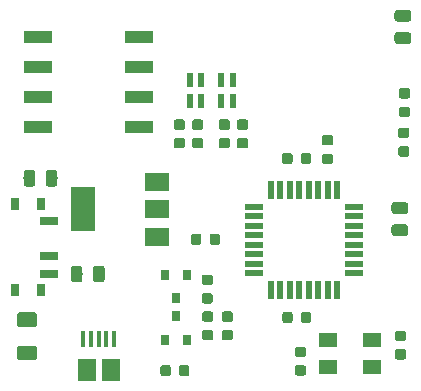
<source format=gbr>
G04 #@! TF.GenerationSoftware,KiCad,Pcbnew,(5.1.0-0)*
G04 #@! TF.CreationDate,2020-05-26T23:43:54-04:00*
G04 #@! TF.ProjectId,ROCKETasp_v3,524f434b-4554-4617-9370-5f76332e6b69,3.0*
G04 #@! TF.SameCoordinates,Original*
G04 #@! TF.FileFunction,Paste,Top*
G04 #@! TF.FilePolarity,Positive*
%FSLAX46Y46*%
G04 Gerber Fmt 4.6, Leading zero omitted, Abs format (unit mm)*
G04 Created by KiCad (PCBNEW (5.1.0-0)) date 2020-05-26 23:43:54*
%MOMM*%
%LPD*%
G04 APERTURE LIST*
%ADD10C,0.100000*%
%ADD11C,0.875000*%
%ADD12C,0.975000*%
%ADD13R,0.600000X1.200000*%
%ADD14R,0.800000X0.900000*%
%ADD15C,1.250000*%
%ADD16R,1.500000X1.900000*%
%ADD17R,0.400000X1.350000*%
%ADD18R,2.440000X1.120000*%
%ADD19R,1.500000X0.700000*%
%ADD20R,0.800000X1.000000*%
%ADD21R,0.550000X1.600000*%
%ADD22R,1.600000X0.550000*%
%ADD23R,2.000000X3.800000*%
%ADD24R,2.000000X1.500000*%
%ADD25R,1.600000X1.300000*%
G04 APERTURE END LIST*
D10*
G36*
X125220291Y-129547953D02*
G01*
X125241526Y-129551103D01*
X125262350Y-129556319D01*
X125282562Y-129563551D01*
X125301968Y-129572730D01*
X125320381Y-129583766D01*
X125337624Y-129596554D01*
X125353530Y-129610970D01*
X125367946Y-129626876D01*
X125380734Y-129644119D01*
X125391770Y-129662532D01*
X125400949Y-129681938D01*
X125408181Y-129702150D01*
X125413397Y-129722974D01*
X125416547Y-129744209D01*
X125417600Y-129765650D01*
X125417600Y-130203150D01*
X125416547Y-130224591D01*
X125413397Y-130245826D01*
X125408181Y-130266650D01*
X125400949Y-130286862D01*
X125391770Y-130306268D01*
X125380734Y-130324681D01*
X125367946Y-130341924D01*
X125353530Y-130357830D01*
X125337624Y-130372246D01*
X125320381Y-130385034D01*
X125301968Y-130396070D01*
X125282562Y-130405249D01*
X125262350Y-130412481D01*
X125241526Y-130417697D01*
X125220291Y-130420847D01*
X125198850Y-130421900D01*
X124686350Y-130421900D01*
X124664909Y-130420847D01*
X124643674Y-130417697D01*
X124622850Y-130412481D01*
X124602638Y-130405249D01*
X124583232Y-130396070D01*
X124564819Y-130385034D01*
X124547576Y-130372246D01*
X124531670Y-130357830D01*
X124517254Y-130341924D01*
X124504466Y-130324681D01*
X124493430Y-130306268D01*
X124484251Y-130286862D01*
X124477019Y-130266650D01*
X124471803Y-130245826D01*
X124468653Y-130224591D01*
X124467600Y-130203150D01*
X124467600Y-129765650D01*
X124468653Y-129744209D01*
X124471803Y-129722974D01*
X124477019Y-129702150D01*
X124484251Y-129681938D01*
X124493430Y-129662532D01*
X124504466Y-129644119D01*
X124517254Y-129626876D01*
X124531670Y-129610970D01*
X124547576Y-129596554D01*
X124564819Y-129583766D01*
X124583232Y-129572730D01*
X124602638Y-129563551D01*
X124622850Y-129556319D01*
X124643674Y-129551103D01*
X124664909Y-129547953D01*
X124686350Y-129546900D01*
X125198850Y-129546900D01*
X125220291Y-129547953D01*
X125220291Y-129547953D01*
G37*
D11*
X124942600Y-129984400D03*
D10*
G36*
X125220291Y-131122953D02*
G01*
X125241526Y-131126103D01*
X125262350Y-131131319D01*
X125282562Y-131138551D01*
X125301968Y-131147730D01*
X125320381Y-131158766D01*
X125337624Y-131171554D01*
X125353530Y-131185970D01*
X125367946Y-131201876D01*
X125380734Y-131219119D01*
X125391770Y-131237532D01*
X125400949Y-131256938D01*
X125408181Y-131277150D01*
X125413397Y-131297974D01*
X125416547Y-131319209D01*
X125417600Y-131340650D01*
X125417600Y-131778150D01*
X125416547Y-131799591D01*
X125413397Y-131820826D01*
X125408181Y-131841650D01*
X125400949Y-131861862D01*
X125391770Y-131881268D01*
X125380734Y-131899681D01*
X125367946Y-131916924D01*
X125353530Y-131932830D01*
X125337624Y-131947246D01*
X125320381Y-131960034D01*
X125301968Y-131971070D01*
X125282562Y-131980249D01*
X125262350Y-131987481D01*
X125241526Y-131992697D01*
X125220291Y-131995847D01*
X125198850Y-131996900D01*
X124686350Y-131996900D01*
X124664909Y-131995847D01*
X124643674Y-131992697D01*
X124622850Y-131987481D01*
X124602638Y-131980249D01*
X124583232Y-131971070D01*
X124564819Y-131960034D01*
X124547576Y-131947246D01*
X124531670Y-131932830D01*
X124517254Y-131916924D01*
X124504466Y-131899681D01*
X124493430Y-131881268D01*
X124484251Y-131861862D01*
X124477019Y-131841650D01*
X124471803Y-131820826D01*
X124468653Y-131799591D01*
X124467600Y-131778150D01*
X124467600Y-131340650D01*
X124468653Y-131319209D01*
X124471803Y-131297974D01*
X124477019Y-131277150D01*
X124484251Y-131256938D01*
X124493430Y-131237532D01*
X124504466Y-131219119D01*
X124517254Y-131201876D01*
X124531670Y-131185970D01*
X124547576Y-131171554D01*
X124564819Y-131158766D01*
X124583232Y-131147730D01*
X124602638Y-131138551D01*
X124622850Y-131131319D01*
X124643674Y-131126103D01*
X124664909Y-131122953D01*
X124686350Y-131121900D01*
X125198850Y-131121900D01*
X125220291Y-131122953D01*
X125220291Y-131122953D01*
G37*
D11*
X124942600Y-131559400D03*
D10*
G36*
X133691191Y-129764053D02*
G01*
X133712426Y-129767203D01*
X133733250Y-129772419D01*
X133753462Y-129779651D01*
X133772868Y-129788830D01*
X133791281Y-129799866D01*
X133808524Y-129812654D01*
X133824430Y-129827070D01*
X133838846Y-129842976D01*
X133851634Y-129860219D01*
X133862670Y-129878632D01*
X133871849Y-129898038D01*
X133879081Y-129918250D01*
X133884297Y-129939074D01*
X133887447Y-129960309D01*
X133888500Y-129981750D01*
X133888500Y-130419250D01*
X133887447Y-130440691D01*
X133884297Y-130461926D01*
X133879081Y-130482750D01*
X133871849Y-130502962D01*
X133862670Y-130522368D01*
X133851634Y-130540781D01*
X133838846Y-130558024D01*
X133824430Y-130573930D01*
X133808524Y-130588346D01*
X133791281Y-130601134D01*
X133772868Y-130612170D01*
X133753462Y-130621349D01*
X133733250Y-130628581D01*
X133712426Y-130633797D01*
X133691191Y-130636947D01*
X133669750Y-130638000D01*
X133157250Y-130638000D01*
X133135809Y-130636947D01*
X133114574Y-130633797D01*
X133093750Y-130628581D01*
X133073538Y-130621349D01*
X133054132Y-130612170D01*
X133035719Y-130601134D01*
X133018476Y-130588346D01*
X133002570Y-130573930D01*
X132988154Y-130558024D01*
X132975366Y-130540781D01*
X132964330Y-130522368D01*
X132955151Y-130502962D01*
X132947919Y-130482750D01*
X132942703Y-130461926D01*
X132939553Y-130440691D01*
X132938500Y-130419250D01*
X132938500Y-129981750D01*
X132939553Y-129960309D01*
X132942703Y-129939074D01*
X132947919Y-129918250D01*
X132955151Y-129898038D01*
X132964330Y-129878632D01*
X132975366Y-129860219D01*
X132988154Y-129842976D01*
X133002570Y-129827070D01*
X133018476Y-129812654D01*
X133035719Y-129799866D01*
X133054132Y-129788830D01*
X133073538Y-129779651D01*
X133093750Y-129772419D01*
X133114574Y-129767203D01*
X133135809Y-129764053D01*
X133157250Y-129763000D01*
X133669750Y-129763000D01*
X133691191Y-129764053D01*
X133691191Y-129764053D01*
G37*
D11*
X133413500Y-130200500D03*
D10*
G36*
X133691191Y-128189053D02*
G01*
X133712426Y-128192203D01*
X133733250Y-128197419D01*
X133753462Y-128204651D01*
X133772868Y-128213830D01*
X133791281Y-128224866D01*
X133808524Y-128237654D01*
X133824430Y-128252070D01*
X133838846Y-128267976D01*
X133851634Y-128285219D01*
X133862670Y-128303632D01*
X133871849Y-128323038D01*
X133879081Y-128343250D01*
X133884297Y-128364074D01*
X133887447Y-128385309D01*
X133888500Y-128406750D01*
X133888500Y-128844250D01*
X133887447Y-128865691D01*
X133884297Y-128886926D01*
X133879081Y-128907750D01*
X133871849Y-128927962D01*
X133862670Y-128947368D01*
X133851634Y-128965781D01*
X133838846Y-128983024D01*
X133824430Y-128998930D01*
X133808524Y-129013346D01*
X133791281Y-129026134D01*
X133772868Y-129037170D01*
X133753462Y-129046349D01*
X133733250Y-129053581D01*
X133712426Y-129058797D01*
X133691191Y-129061947D01*
X133669750Y-129063000D01*
X133157250Y-129063000D01*
X133135809Y-129061947D01*
X133114574Y-129058797D01*
X133093750Y-129053581D01*
X133073538Y-129046349D01*
X133054132Y-129037170D01*
X133035719Y-129026134D01*
X133018476Y-129013346D01*
X133002570Y-128998930D01*
X132988154Y-128983024D01*
X132975366Y-128965781D01*
X132964330Y-128947368D01*
X132955151Y-128927962D01*
X132947919Y-128907750D01*
X132942703Y-128886926D01*
X132939553Y-128865691D01*
X132938500Y-128844250D01*
X132938500Y-128406750D01*
X132939553Y-128385309D01*
X132942703Y-128364074D01*
X132947919Y-128343250D01*
X132955151Y-128323038D01*
X132964330Y-128303632D01*
X132975366Y-128285219D01*
X132988154Y-128267976D01*
X133002570Y-128252070D01*
X133018476Y-128237654D01*
X133035719Y-128224866D01*
X133054132Y-128213830D01*
X133073538Y-128204651D01*
X133093750Y-128197419D01*
X133114574Y-128192203D01*
X133135809Y-128189053D01*
X133157250Y-128188000D01*
X133669750Y-128188000D01*
X133691191Y-128189053D01*
X133691191Y-128189053D01*
G37*
D11*
X133413500Y-128625500D03*
D10*
G36*
X124085411Y-126599713D02*
G01*
X124106646Y-126602863D01*
X124127470Y-126608079D01*
X124147682Y-126615311D01*
X124167088Y-126624490D01*
X124185501Y-126635526D01*
X124202744Y-126648314D01*
X124218650Y-126662730D01*
X124233066Y-126678636D01*
X124245854Y-126695879D01*
X124256890Y-126714292D01*
X124266069Y-126733698D01*
X124273301Y-126753910D01*
X124278517Y-126774734D01*
X124281667Y-126795969D01*
X124282720Y-126817410D01*
X124282720Y-127329910D01*
X124281667Y-127351351D01*
X124278517Y-127372586D01*
X124273301Y-127393410D01*
X124266069Y-127413622D01*
X124256890Y-127433028D01*
X124245854Y-127451441D01*
X124233066Y-127468684D01*
X124218650Y-127484590D01*
X124202744Y-127499006D01*
X124185501Y-127511794D01*
X124167088Y-127522830D01*
X124147682Y-127532009D01*
X124127470Y-127539241D01*
X124106646Y-127544457D01*
X124085411Y-127547607D01*
X124063970Y-127548660D01*
X123626470Y-127548660D01*
X123605029Y-127547607D01*
X123583794Y-127544457D01*
X123562970Y-127539241D01*
X123542758Y-127532009D01*
X123523352Y-127522830D01*
X123504939Y-127511794D01*
X123487696Y-127499006D01*
X123471790Y-127484590D01*
X123457374Y-127468684D01*
X123444586Y-127451441D01*
X123433550Y-127433028D01*
X123424371Y-127413622D01*
X123417139Y-127393410D01*
X123411923Y-127372586D01*
X123408773Y-127351351D01*
X123407720Y-127329910D01*
X123407720Y-126817410D01*
X123408773Y-126795969D01*
X123411923Y-126774734D01*
X123417139Y-126753910D01*
X123424371Y-126733698D01*
X123433550Y-126714292D01*
X123444586Y-126695879D01*
X123457374Y-126678636D01*
X123471790Y-126662730D01*
X123487696Y-126648314D01*
X123504939Y-126635526D01*
X123523352Y-126624490D01*
X123542758Y-126615311D01*
X123562970Y-126608079D01*
X123583794Y-126602863D01*
X123605029Y-126599713D01*
X123626470Y-126598660D01*
X124063970Y-126598660D01*
X124085411Y-126599713D01*
X124085411Y-126599713D01*
G37*
D11*
X123845220Y-127073660D03*
D10*
G36*
X125660411Y-126599713D02*
G01*
X125681646Y-126602863D01*
X125702470Y-126608079D01*
X125722682Y-126615311D01*
X125742088Y-126624490D01*
X125760501Y-126635526D01*
X125777744Y-126648314D01*
X125793650Y-126662730D01*
X125808066Y-126678636D01*
X125820854Y-126695879D01*
X125831890Y-126714292D01*
X125841069Y-126733698D01*
X125848301Y-126753910D01*
X125853517Y-126774734D01*
X125856667Y-126795969D01*
X125857720Y-126817410D01*
X125857720Y-127329910D01*
X125856667Y-127351351D01*
X125853517Y-127372586D01*
X125848301Y-127393410D01*
X125841069Y-127413622D01*
X125831890Y-127433028D01*
X125820854Y-127451441D01*
X125808066Y-127468684D01*
X125793650Y-127484590D01*
X125777744Y-127499006D01*
X125760501Y-127511794D01*
X125742088Y-127522830D01*
X125722682Y-127532009D01*
X125702470Y-127539241D01*
X125681646Y-127544457D01*
X125660411Y-127547607D01*
X125638970Y-127548660D01*
X125201470Y-127548660D01*
X125180029Y-127547607D01*
X125158794Y-127544457D01*
X125137970Y-127539241D01*
X125117758Y-127532009D01*
X125098352Y-127522830D01*
X125079939Y-127511794D01*
X125062696Y-127499006D01*
X125046790Y-127484590D01*
X125032374Y-127468684D01*
X125019586Y-127451441D01*
X125008550Y-127433028D01*
X124999371Y-127413622D01*
X124992139Y-127393410D01*
X124986923Y-127372586D01*
X124983773Y-127351351D01*
X124982720Y-127329910D01*
X124982720Y-126817410D01*
X124983773Y-126795969D01*
X124986923Y-126774734D01*
X124992139Y-126753910D01*
X124999371Y-126733698D01*
X125008550Y-126714292D01*
X125019586Y-126695879D01*
X125032374Y-126678636D01*
X125046790Y-126662730D01*
X125062696Y-126648314D01*
X125079939Y-126635526D01*
X125098352Y-126624490D01*
X125117758Y-126615311D01*
X125137970Y-126608079D01*
X125158794Y-126602863D01*
X125180029Y-126599713D01*
X125201470Y-126598660D01*
X125638970Y-126598660D01*
X125660411Y-126599713D01*
X125660411Y-126599713D01*
G37*
D11*
X125420220Y-127073660D03*
D10*
G36*
X127506291Y-111640953D02*
G01*
X127527526Y-111644103D01*
X127548350Y-111649319D01*
X127568562Y-111656551D01*
X127587968Y-111665730D01*
X127606381Y-111676766D01*
X127623624Y-111689554D01*
X127639530Y-111703970D01*
X127653946Y-111719876D01*
X127666734Y-111737119D01*
X127677770Y-111755532D01*
X127686949Y-111774938D01*
X127694181Y-111795150D01*
X127699397Y-111815974D01*
X127702547Y-111837209D01*
X127703600Y-111858650D01*
X127703600Y-112296150D01*
X127702547Y-112317591D01*
X127699397Y-112338826D01*
X127694181Y-112359650D01*
X127686949Y-112379862D01*
X127677770Y-112399268D01*
X127666734Y-112417681D01*
X127653946Y-112434924D01*
X127639530Y-112450830D01*
X127623624Y-112465246D01*
X127606381Y-112478034D01*
X127587968Y-112489070D01*
X127568562Y-112498249D01*
X127548350Y-112505481D01*
X127527526Y-112510697D01*
X127506291Y-112513847D01*
X127484850Y-112514900D01*
X126972350Y-112514900D01*
X126950909Y-112513847D01*
X126929674Y-112510697D01*
X126908850Y-112505481D01*
X126888638Y-112498249D01*
X126869232Y-112489070D01*
X126850819Y-112478034D01*
X126833576Y-112465246D01*
X126817670Y-112450830D01*
X126803254Y-112434924D01*
X126790466Y-112417681D01*
X126779430Y-112399268D01*
X126770251Y-112379862D01*
X126763019Y-112359650D01*
X126757803Y-112338826D01*
X126754653Y-112317591D01*
X126753600Y-112296150D01*
X126753600Y-111858650D01*
X126754653Y-111837209D01*
X126757803Y-111815974D01*
X126763019Y-111795150D01*
X126770251Y-111774938D01*
X126779430Y-111755532D01*
X126790466Y-111737119D01*
X126803254Y-111719876D01*
X126817670Y-111703970D01*
X126833576Y-111689554D01*
X126850819Y-111676766D01*
X126869232Y-111665730D01*
X126888638Y-111656551D01*
X126908850Y-111649319D01*
X126929674Y-111644103D01*
X126950909Y-111640953D01*
X126972350Y-111639900D01*
X127484850Y-111639900D01*
X127506291Y-111640953D01*
X127506291Y-111640953D01*
G37*
D11*
X127228600Y-112077400D03*
D10*
G36*
X127506291Y-113215953D02*
G01*
X127527526Y-113219103D01*
X127548350Y-113224319D01*
X127568562Y-113231551D01*
X127587968Y-113240730D01*
X127606381Y-113251766D01*
X127623624Y-113264554D01*
X127639530Y-113278970D01*
X127653946Y-113294876D01*
X127666734Y-113312119D01*
X127677770Y-113330532D01*
X127686949Y-113349938D01*
X127694181Y-113370150D01*
X127699397Y-113390974D01*
X127702547Y-113412209D01*
X127703600Y-113433650D01*
X127703600Y-113871150D01*
X127702547Y-113892591D01*
X127699397Y-113913826D01*
X127694181Y-113934650D01*
X127686949Y-113954862D01*
X127677770Y-113974268D01*
X127666734Y-113992681D01*
X127653946Y-114009924D01*
X127639530Y-114025830D01*
X127623624Y-114040246D01*
X127606381Y-114053034D01*
X127587968Y-114064070D01*
X127568562Y-114073249D01*
X127548350Y-114080481D01*
X127527526Y-114085697D01*
X127506291Y-114088847D01*
X127484850Y-114089900D01*
X126972350Y-114089900D01*
X126950909Y-114088847D01*
X126929674Y-114085697D01*
X126908850Y-114080481D01*
X126888638Y-114073249D01*
X126869232Y-114064070D01*
X126850819Y-114053034D01*
X126833576Y-114040246D01*
X126817670Y-114025830D01*
X126803254Y-114009924D01*
X126790466Y-113992681D01*
X126779430Y-113974268D01*
X126770251Y-113954862D01*
X126763019Y-113934650D01*
X126757803Y-113913826D01*
X126754653Y-113892591D01*
X126753600Y-113871150D01*
X126753600Y-113433650D01*
X126754653Y-113412209D01*
X126757803Y-113390974D01*
X126763019Y-113370150D01*
X126770251Y-113349938D01*
X126779430Y-113330532D01*
X126790466Y-113312119D01*
X126803254Y-113294876D01*
X126817670Y-113278970D01*
X126833576Y-113264554D01*
X126850819Y-113251766D01*
X126869232Y-113240730D01*
X126888638Y-113231551D01*
X126908850Y-113224319D01*
X126929674Y-113219103D01*
X126950909Y-113215953D01*
X126972350Y-113214900D01*
X127484850Y-113214900D01*
X127506291Y-113215953D01*
X127506291Y-113215953D01*
G37*
D11*
X127228600Y-113652400D03*
D10*
G36*
X134084142Y-102927474D02*
G01*
X134107803Y-102930984D01*
X134131007Y-102936796D01*
X134153529Y-102944854D01*
X134175153Y-102955082D01*
X134195670Y-102967379D01*
X134214883Y-102981629D01*
X134232607Y-102997693D01*
X134248671Y-103015417D01*
X134262921Y-103034630D01*
X134275218Y-103055147D01*
X134285446Y-103076771D01*
X134293504Y-103099293D01*
X134299316Y-103122497D01*
X134302826Y-103146158D01*
X134304000Y-103170050D01*
X134304000Y-103657550D01*
X134302826Y-103681442D01*
X134299316Y-103705103D01*
X134293504Y-103728307D01*
X134285446Y-103750829D01*
X134275218Y-103772453D01*
X134262921Y-103792970D01*
X134248671Y-103812183D01*
X134232607Y-103829907D01*
X134214883Y-103845971D01*
X134195670Y-103860221D01*
X134175153Y-103872518D01*
X134153529Y-103882746D01*
X134131007Y-103890804D01*
X134107803Y-103896616D01*
X134084142Y-103900126D01*
X134060250Y-103901300D01*
X133147750Y-103901300D01*
X133123858Y-103900126D01*
X133100197Y-103896616D01*
X133076993Y-103890804D01*
X133054471Y-103882746D01*
X133032847Y-103872518D01*
X133012330Y-103860221D01*
X132993117Y-103845971D01*
X132975393Y-103829907D01*
X132959329Y-103812183D01*
X132945079Y-103792970D01*
X132932782Y-103772453D01*
X132922554Y-103750829D01*
X132914496Y-103728307D01*
X132908684Y-103705103D01*
X132905174Y-103681442D01*
X132904000Y-103657550D01*
X132904000Y-103170050D01*
X132905174Y-103146158D01*
X132908684Y-103122497D01*
X132914496Y-103099293D01*
X132922554Y-103076771D01*
X132932782Y-103055147D01*
X132945079Y-103034630D01*
X132959329Y-103015417D01*
X132975393Y-102997693D01*
X132993117Y-102981629D01*
X133012330Y-102967379D01*
X133032847Y-102955082D01*
X133054471Y-102944854D01*
X133076993Y-102936796D01*
X133100197Y-102930984D01*
X133123858Y-102927474D01*
X133147750Y-102926300D01*
X134060250Y-102926300D01*
X134084142Y-102927474D01*
X134084142Y-102927474D01*
G37*
D12*
X133604000Y-103413800D03*
D10*
G36*
X134084142Y-101052474D02*
G01*
X134107803Y-101055984D01*
X134131007Y-101061796D01*
X134153529Y-101069854D01*
X134175153Y-101080082D01*
X134195670Y-101092379D01*
X134214883Y-101106629D01*
X134232607Y-101122693D01*
X134248671Y-101140417D01*
X134262921Y-101159630D01*
X134275218Y-101180147D01*
X134285446Y-101201771D01*
X134293504Y-101224293D01*
X134299316Y-101247497D01*
X134302826Y-101271158D01*
X134304000Y-101295050D01*
X134304000Y-101782550D01*
X134302826Y-101806442D01*
X134299316Y-101830103D01*
X134293504Y-101853307D01*
X134285446Y-101875829D01*
X134275218Y-101897453D01*
X134262921Y-101917970D01*
X134248671Y-101937183D01*
X134232607Y-101954907D01*
X134214883Y-101970971D01*
X134195670Y-101985221D01*
X134175153Y-101997518D01*
X134153529Y-102007746D01*
X134131007Y-102015804D01*
X134107803Y-102021616D01*
X134084142Y-102025126D01*
X134060250Y-102026300D01*
X133147750Y-102026300D01*
X133123858Y-102025126D01*
X133100197Y-102021616D01*
X133076993Y-102015804D01*
X133054471Y-102007746D01*
X133032847Y-101997518D01*
X133012330Y-101985221D01*
X132993117Y-101970971D01*
X132975393Y-101954907D01*
X132959329Y-101937183D01*
X132945079Y-101917970D01*
X132932782Y-101897453D01*
X132922554Y-101875829D01*
X132914496Y-101853307D01*
X132908684Y-101830103D01*
X132905174Y-101806442D01*
X132904000Y-101782550D01*
X132904000Y-101295050D01*
X132905174Y-101271158D01*
X132908684Y-101247497D01*
X132914496Y-101224293D01*
X132922554Y-101201771D01*
X132932782Y-101180147D01*
X132945079Y-101159630D01*
X132959329Y-101140417D01*
X132975393Y-101122693D01*
X132993117Y-101106629D01*
X133012330Y-101092379D01*
X133032847Y-101080082D01*
X133054471Y-101069854D01*
X133076993Y-101061796D01*
X133100197Y-101055984D01*
X133123858Y-101052474D01*
X133147750Y-101051300D01*
X134060250Y-101051300D01*
X134084142Y-101052474D01*
X134084142Y-101052474D01*
G37*
D12*
X133604000Y-101538800D03*
D10*
G36*
X124072711Y-113147873D02*
G01*
X124093946Y-113151023D01*
X124114770Y-113156239D01*
X124134982Y-113163471D01*
X124154388Y-113172650D01*
X124172801Y-113183686D01*
X124190044Y-113196474D01*
X124205950Y-113210890D01*
X124220366Y-113226796D01*
X124233154Y-113244039D01*
X124244190Y-113262452D01*
X124253369Y-113281858D01*
X124260601Y-113302070D01*
X124265817Y-113322894D01*
X124268967Y-113344129D01*
X124270020Y-113365570D01*
X124270020Y-113878070D01*
X124268967Y-113899511D01*
X124265817Y-113920746D01*
X124260601Y-113941570D01*
X124253369Y-113961782D01*
X124244190Y-113981188D01*
X124233154Y-113999601D01*
X124220366Y-114016844D01*
X124205950Y-114032750D01*
X124190044Y-114047166D01*
X124172801Y-114059954D01*
X124154388Y-114070990D01*
X124134982Y-114080169D01*
X124114770Y-114087401D01*
X124093946Y-114092617D01*
X124072711Y-114095767D01*
X124051270Y-114096820D01*
X123613770Y-114096820D01*
X123592329Y-114095767D01*
X123571094Y-114092617D01*
X123550270Y-114087401D01*
X123530058Y-114080169D01*
X123510652Y-114070990D01*
X123492239Y-114059954D01*
X123474996Y-114047166D01*
X123459090Y-114032750D01*
X123444674Y-114016844D01*
X123431886Y-113999601D01*
X123420850Y-113981188D01*
X123411671Y-113961782D01*
X123404439Y-113941570D01*
X123399223Y-113920746D01*
X123396073Y-113899511D01*
X123395020Y-113878070D01*
X123395020Y-113365570D01*
X123396073Y-113344129D01*
X123399223Y-113322894D01*
X123404439Y-113302070D01*
X123411671Y-113281858D01*
X123420850Y-113262452D01*
X123431886Y-113244039D01*
X123444674Y-113226796D01*
X123459090Y-113210890D01*
X123474996Y-113196474D01*
X123492239Y-113183686D01*
X123510652Y-113172650D01*
X123530058Y-113163471D01*
X123550270Y-113156239D01*
X123571094Y-113151023D01*
X123592329Y-113147873D01*
X123613770Y-113146820D01*
X124051270Y-113146820D01*
X124072711Y-113147873D01*
X124072711Y-113147873D01*
G37*
D11*
X123832520Y-113621820D03*
D10*
G36*
X125647711Y-113147873D02*
G01*
X125668946Y-113151023D01*
X125689770Y-113156239D01*
X125709982Y-113163471D01*
X125729388Y-113172650D01*
X125747801Y-113183686D01*
X125765044Y-113196474D01*
X125780950Y-113210890D01*
X125795366Y-113226796D01*
X125808154Y-113244039D01*
X125819190Y-113262452D01*
X125828369Y-113281858D01*
X125835601Y-113302070D01*
X125840817Y-113322894D01*
X125843967Y-113344129D01*
X125845020Y-113365570D01*
X125845020Y-113878070D01*
X125843967Y-113899511D01*
X125840817Y-113920746D01*
X125835601Y-113941570D01*
X125828369Y-113961782D01*
X125819190Y-113981188D01*
X125808154Y-113999601D01*
X125795366Y-114016844D01*
X125780950Y-114032750D01*
X125765044Y-114047166D01*
X125747801Y-114059954D01*
X125729388Y-114070990D01*
X125709982Y-114080169D01*
X125689770Y-114087401D01*
X125668946Y-114092617D01*
X125647711Y-114095767D01*
X125626270Y-114096820D01*
X125188770Y-114096820D01*
X125167329Y-114095767D01*
X125146094Y-114092617D01*
X125125270Y-114087401D01*
X125105058Y-114080169D01*
X125085652Y-114070990D01*
X125067239Y-114059954D01*
X125049996Y-114047166D01*
X125034090Y-114032750D01*
X125019674Y-114016844D01*
X125006886Y-113999601D01*
X124995850Y-113981188D01*
X124986671Y-113961782D01*
X124979439Y-113941570D01*
X124974223Y-113920746D01*
X124971073Y-113899511D01*
X124970020Y-113878070D01*
X124970020Y-113365570D01*
X124971073Y-113344129D01*
X124974223Y-113322894D01*
X124979439Y-113302070D01*
X124986671Y-113281858D01*
X124995850Y-113262452D01*
X125006886Y-113244039D01*
X125019674Y-113226796D01*
X125034090Y-113210890D01*
X125049996Y-113196474D01*
X125067239Y-113183686D01*
X125085652Y-113172650D01*
X125105058Y-113163471D01*
X125125270Y-113156239D01*
X125146094Y-113151023D01*
X125167329Y-113147873D01*
X125188770Y-113146820D01*
X125626270Y-113146820D01*
X125647711Y-113147873D01*
X125647711Y-113147873D01*
G37*
D11*
X125407520Y-113621820D03*
D10*
G36*
X108139142Y-122694374D02*
G01*
X108162803Y-122697884D01*
X108186007Y-122703696D01*
X108208529Y-122711754D01*
X108230153Y-122721982D01*
X108250670Y-122734279D01*
X108269883Y-122748529D01*
X108287607Y-122764593D01*
X108303671Y-122782317D01*
X108317921Y-122801530D01*
X108330218Y-122822047D01*
X108340446Y-122843671D01*
X108348504Y-122866193D01*
X108354316Y-122889397D01*
X108357826Y-122913058D01*
X108359000Y-122936950D01*
X108359000Y-123849450D01*
X108357826Y-123873342D01*
X108354316Y-123897003D01*
X108348504Y-123920207D01*
X108340446Y-123942729D01*
X108330218Y-123964353D01*
X108317921Y-123984870D01*
X108303671Y-124004083D01*
X108287607Y-124021807D01*
X108269883Y-124037871D01*
X108250670Y-124052121D01*
X108230153Y-124064418D01*
X108208529Y-124074646D01*
X108186007Y-124082704D01*
X108162803Y-124088516D01*
X108139142Y-124092026D01*
X108115250Y-124093200D01*
X107627750Y-124093200D01*
X107603858Y-124092026D01*
X107580197Y-124088516D01*
X107556993Y-124082704D01*
X107534471Y-124074646D01*
X107512847Y-124064418D01*
X107492330Y-124052121D01*
X107473117Y-124037871D01*
X107455393Y-124021807D01*
X107439329Y-124004083D01*
X107425079Y-123984870D01*
X107412782Y-123964353D01*
X107402554Y-123942729D01*
X107394496Y-123920207D01*
X107388684Y-123897003D01*
X107385174Y-123873342D01*
X107384000Y-123849450D01*
X107384000Y-122936950D01*
X107385174Y-122913058D01*
X107388684Y-122889397D01*
X107394496Y-122866193D01*
X107402554Y-122843671D01*
X107412782Y-122822047D01*
X107425079Y-122801530D01*
X107439329Y-122782317D01*
X107455393Y-122764593D01*
X107473117Y-122748529D01*
X107492330Y-122734279D01*
X107512847Y-122721982D01*
X107534471Y-122711754D01*
X107556993Y-122703696D01*
X107580197Y-122697884D01*
X107603858Y-122694374D01*
X107627750Y-122693200D01*
X108115250Y-122693200D01*
X108139142Y-122694374D01*
X108139142Y-122694374D01*
G37*
D12*
X107871500Y-123393200D03*
D10*
G36*
X106264142Y-122694374D02*
G01*
X106287803Y-122697884D01*
X106311007Y-122703696D01*
X106333529Y-122711754D01*
X106355153Y-122721982D01*
X106375670Y-122734279D01*
X106394883Y-122748529D01*
X106412607Y-122764593D01*
X106428671Y-122782317D01*
X106442921Y-122801530D01*
X106455218Y-122822047D01*
X106465446Y-122843671D01*
X106473504Y-122866193D01*
X106479316Y-122889397D01*
X106482826Y-122913058D01*
X106484000Y-122936950D01*
X106484000Y-123849450D01*
X106482826Y-123873342D01*
X106479316Y-123897003D01*
X106473504Y-123920207D01*
X106465446Y-123942729D01*
X106455218Y-123964353D01*
X106442921Y-123984870D01*
X106428671Y-124004083D01*
X106412607Y-124021807D01*
X106394883Y-124037871D01*
X106375670Y-124052121D01*
X106355153Y-124064418D01*
X106333529Y-124074646D01*
X106311007Y-124082704D01*
X106287803Y-124088516D01*
X106264142Y-124092026D01*
X106240250Y-124093200D01*
X105752750Y-124093200D01*
X105728858Y-124092026D01*
X105705197Y-124088516D01*
X105681993Y-124082704D01*
X105659471Y-124074646D01*
X105637847Y-124064418D01*
X105617330Y-124052121D01*
X105598117Y-124037871D01*
X105580393Y-124021807D01*
X105564329Y-124004083D01*
X105550079Y-123984870D01*
X105537782Y-123964353D01*
X105527554Y-123942729D01*
X105519496Y-123920207D01*
X105513684Y-123897003D01*
X105510174Y-123873342D01*
X105509000Y-123849450D01*
X105509000Y-122936950D01*
X105510174Y-122913058D01*
X105513684Y-122889397D01*
X105519496Y-122866193D01*
X105527554Y-122843671D01*
X105537782Y-122822047D01*
X105550079Y-122801530D01*
X105564329Y-122782317D01*
X105580393Y-122764593D01*
X105598117Y-122748529D01*
X105617330Y-122734279D01*
X105637847Y-122721982D01*
X105659471Y-122711754D01*
X105681993Y-122703696D01*
X105705197Y-122697884D01*
X105728858Y-122694374D01*
X105752750Y-122693200D01*
X106240250Y-122693200D01*
X106264142Y-122694374D01*
X106264142Y-122694374D01*
G37*
D12*
X105996500Y-123393200D03*
D10*
G36*
X104138642Y-114591774D02*
G01*
X104162303Y-114595284D01*
X104185507Y-114601096D01*
X104208029Y-114609154D01*
X104229653Y-114619382D01*
X104250170Y-114631679D01*
X104269383Y-114645929D01*
X104287107Y-114661993D01*
X104303171Y-114679717D01*
X104317421Y-114698930D01*
X104329718Y-114719447D01*
X104339946Y-114741071D01*
X104348004Y-114763593D01*
X104353816Y-114786797D01*
X104357326Y-114810458D01*
X104358500Y-114834350D01*
X104358500Y-115746850D01*
X104357326Y-115770742D01*
X104353816Y-115794403D01*
X104348004Y-115817607D01*
X104339946Y-115840129D01*
X104329718Y-115861753D01*
X104317421Y-115882270D01*
X104303171Y-115901483D01*
X104287107Y-115919207D01*
X104269383Y-115935271D01*
X104250170Y-115949521D01*
X104229653Y-115961818D01*
X104208029Y-115972046D01*
X104185507Y-115980104D01*
X104162303Y-115985916D01*
X104138642Y-115989426D01*
X104114750Y-115990600D01*
X103627250Y-115990600D01*
X103603358Y-115989426D01*
X103579697Y-115985916D01*
X103556493Y-115980104D01*
X103533971Y-115972046D01*
X103512347Y-115961818D01*
X103491830Y-115949521D01*
X103472617Y-115935271D01*
X103454893Y-115919207D01*
X103438829Y-115901483D01*
X103424579Y-115882270D01*
X103412282Y-115861753D01*
X103402054Y-115840129D01*
X103393996Y-115817607D01*
X103388184Y-115794403D01*
X103384674Y-115770742D01*
X103383500Y-115746850D01*
X103383500Y-114834350D01*
X103384674Y-114810458D01*
X103388184Y-114786797D01*
X103393996Y-114763593D01*
X103402054Y-114741071D01*
X103412282Y-114719447D01*
X103424579Y-114698930D01*
X103438829Y-114679717D01*
X103454893Y-114661993D01*
X103472617Y-114645929D01*
X103491830Y-114631679D01*
X103512347Y-114619382D01*
X103533971Y-114609154D01*
X103556493Y-114601096D01*
X103579697Y-114595284D01*
X103603358Y-114591774D01*
X103627250Y-114590600D01*
X104114750Y-114590600D01*
X104138642Y-114591774D01*
X104138642Y-114591774D01*
G37*
D12*
X103871000Y-115290600D03*
D10*
G36*
X102263642Y-114591774D02*
G01*
X102287303Y-114595284D01*
X102310507Y-114601096D01*
X102333029Y-114609154D01*
X102354653Y-114619382D01*
X102375170Y-114631679D01*
X102394383Y-114645929D01*
X102412107Y-114661993D01*
X102428171Y-114679717D01*
X102442421Y-114698930D01*
X102454718Y-114719447D01*
X102464946Y-114741071D01*
X102473004Y-114763593D01*
X102478816Y-114786797D01*
X102482326Y-114810458D01*
X102483500Y-114834350D01*
X102483500Y-115746850D01*
X102482326Y-115770742D01*
X102478816Y-115794403D01*
X102473004Y-115817607D01*
X102464946Y-115840129D01*
X102454718Y-115861753D01*
X102442421Y-115882270D01*
X102428171Y-115901483D01*
X102412107Y-115919207D01*
X102394383Y-115935271D01*
X102375170Y-115949521D01*
X102354653Y-115961818D01*
X102333029Y-115972046D01*
X102310507Y-115980104D01*
X102287303Y-115985916D01*
X102263642Y-115989426D01*
X102239750Y-115990600D01*
X101752250Y-115990600D01*
X101728358Y-115989426D01*
X101704697Y-115985916D01*
X101681493Y-115980104D01*
X101658971Y-115972046D01*
X101637347Y-115961818D01*
X101616830Y-115949521D01*
X101597617Y-115935271D01*
X101579893Y-115919207D01*
X101563829Y-115901483D01*
X101549579Y-115882270D01*
X101537282Y-115861753D01*
X101527054Y-115840129D01*
X101518996Y-115817607D01*
X101513184Y-115794403D01*
X101509674Y-115770742D01*
X101508500Y-115746850D01*
X101508500Y-114834350D01*
X101509674Y-114810458D01*
X101513184Y-114786797D01*
X101518996Y-114763593D01*
X101527054Y-114741071D01*
X101537282Y-114719447D01*
X101549579Y-114698930D01*
X101563829Y-114679717D01*
X101579893Y-114661993D01*
X101597617Y-114645929D01*
X101616830Y-114631679D01*
X101637347Y-114619382D01*
X101658971Y-114609154D01*
X101681493Y-114601096D01*
X101704697Y-114595284D01*
X101728358Y-114591774D01*
X101752250Y-114590600D01*
X102239750Y-114590600D01*
X102263642Y-114591774D01*
X102263642Y-114591774D01*
G37*
D12*
X101996000Y-115290600D03*
D10*
G36*
X133830142Y-117321174D02*
G01*
X133853803Y-117324684D01*
X133877007Y-117330496D01*
X133899529Y-117338554D01*
X133921153Y-117348782D01*
X133941670Y-117361079D01*
X133960883Y-117375329D01*
X133978607Y-117391393D01*
X133994671Y-117409117D01*
X134008921Y-117428330D01*
X134021218Y-117448847D01*
X134031446Y-117470471D01*
X134039504Y-117492993D01*
X134045316Y-117516197D01*
X134048826Y-117539858D01*
X134050000Y-117563750D01*
X134050000Y-118051250D01*
X134048826Y-118075142D01*
X134045316Y-118098803D01*
X134039504Y-118122007D01*
X134031446Y-118144529D01*
X134021218Y-118166153D01*
X134008921Y-118186670D01*
X133994671Y-118205883D01*
X133978607Y-118223607D01*
X133960883Y-118239671D01*
X133941670Y-118253921D01*
X133921153Y-118266218D01*
X133899529Y-118276446D01*
X133877007Y-118284504D01*
X133853803Y-118290316D01*
X133830142Y-118293826D01*
X133806250Y-118295000D01*
X132893750Y-118295000D01*
X132869858Y-118293826D01*
X132846197Y-118290316D01*
X132822993Y-118284504D01*
X132800471Y-118276446D01*
X132778847Y-118266218D01*
X132758330Y-118253921D01*
X132739117Y-118239671D01*
X132721393Y-118223607D01*
X132705329Y-118205883D01*
X132691079Y-118186670D01*
X132678782Y-118166153D01*
X132668554Y-118144529D01*
X132660496Y-118122007D01*
X132654684Y-118098803D01*
X132651174Y-118075142D01*
X132650000Y-118051250D01*
X132650000Y-117563750D01*
X132651174Y-117539858D01*
X132654684Y-117516197D01*
X132660496Y-117492993D01*
X132668554Y-117470471D01*
X132678782Y-117448847D01*
X132691079Y-117428330D01*
X132705329Y-117409117D01*
X132721393Y-117391393D01*
X132739117Y-117375329D01*
X132758330Y-117361079D01*
X132778847Y-117348782D01*
X132800471Y-117338554D01*
X132822993Y-117330496D01*
X132846197Y-117324684D01*
X132869858Y-117321174D01*
X132893750Y-117320000D01*
X133806250Y-117320000D01*
X133830142Y-117321174D01*
X133830142Y-117321174D01*
G37*
D12*
X133350000Y-117807500D03*
D10*
G36*
X133830142Y-119196174D02*
G01*
X133853803Y-119199684D01*
X133877007Y-119205496D01*
X133899529Y-119213554D01*
X133921153Y-119223782D01*
X133941670Y-119236079D01*
X133960883Y-119250329D01*
X133978607Y-119266393D01*
X133994671Y-119284117D01*
X134008921Y-119303330D01*
X134021218Y-119323847D01*
X134031446Y-119345471D01*
X134039504Y-119367993D01*
X134045316Y-119391197D01*
X134048826Y-119414858D01*
X134050000Y-119438750D01*
X134050000Y-119926250D01*
X134048826Y-119950142D01*
X134045316Y-119973803D01*
X134039504Y-119997007D01*
X134031446Y-120019529D01*
X134021218Y-120041153D01*
X134008921Y-120061670D01*
X133994671Y-120080883D01*
X133978607Y-120098607D01*
X133960883Y-120114671D01*
X133941670Y-120128921D01*
X133921153Y-120141218D01*
X133899529Y-120151446D01*
X133877007Y-120159504D01*
X133853803Y-120165316D01*
X133830142Y-120168826D01*
X133806250Y-120170000D01*
X132893750Y-120170000D01*
X132869858Y-120168826D01*
X132846197Y-120165316D01*
X132822993Y-120159504D01*
X132800471Y-120151446D01*
X132778847Y-120141218D01*
X132758330Y-120128921D01*
X132739117Y-120114671D01*
X132721393Y-120098607D01*
X132705329Y-120080883D01*
X132691079Y-120061670D01*
X132678782Y-120041153D01*
X132668554Y-120019529D01*
X132660496Y-119997007D01*
X132654684Y-119973803D01*
X132651174Y-119950142D01*
X132650000Y-119926250D01*
X132650000Y-119438750D01*
X132651174Y-119414858D01*
X132654684Y-119391197D01*
X132660496Y-119367993D01*
X132668554Y-119345471D01*
X132678782Y-119323847D01*
X132691079Y-119303330D01*
X132705329Y-119284117D01*
X132721393Y-119266393D01*
X132739117Y-119250329D01*
X132758330Y-119236079D01*
X132778847Y-119223782D01*
X132800471Y-119213554D01*
X132822993Y-119205496D01*
X132846197Y-119199684D01*
X132869858Y-119196174D01*
X132893750Y-119195000D01*
X133806250Y-119195000D01*
X133830142Y-119196174D01*
X133830142Y-119196174D01*
G37*
D12*
X133350000Y-119682500D03*
D13*
X119204760Y-108778880D03*
X119204760Y-106978880D03*
X118254760Y-106978880D03*
X118254760Y-108778880D03*
X115562360Y-108778880D03*
X115562360Y-106978880D03*
X116512360Y-106978880D03*
X116512360Y-108778880D03*
D14*
X114427000Y-126990600D03*
X115377000Y-128990600D03*
X113477000Y-128990600D03*
X115364300Y-123460000D03*
X113464300Y-123460000D03*
X114414300Y-125460000D03*
D10*
G36*
X102440004Y-126652604D02*
G01*
X102464273Y-126656204D01*
X102488071Y-126662165D01*
X102511171Y-126670430D01*
X102533349Y-126680920D01*
X102554393Y-126693533D01*
X102574098Y-126708147D01*
X102592277Y-126724623D01*
X102608753Y-126742802D01*
X102623367Y-126762507D01*
X102635980Y-126783551D01*
X102646470Y-126805729D01*
X102654735Y-126828829D01*
X102660696Y-126852627D01*
X102664296Y-126876896D01*
X102665500Y-126901400D01*
X102665500Y-127651400D01*
X102664296Y-127675904D01*
X102660696Y-127700173D01*
X102654735Y-127723971D01*
X102646470Y-127747071D01*
X102635980Y-127769249D01*
X102623367Y-127790293D01*
X102608753Y-127809998D01*
X102592277Y-127828177D01*
X102574098Y-127844653D01*
X102554393Y-127859267D01*
X102533349Y-127871880D01*
X102511171Y-127882370D01*
X102488071Y-127890635D01*
X102464273Y-127896596D01*
X102440004Y-127900196D01*
X102415500Y-127901400D01*
X101165500Y-127901400D01*
X101140996Y-127900196D01*
X101116727Y-127896596D01*
X101092929Y-127890635D01*
X101069829Y-127882370D01*
X101047651Y-127871880D01*
X101026607Y-127859267D01*
X101006902Y-127844653D01*
X100988723Y-127828177D01*
X100972247Y-127809998D01*
X100957633Y-127790293D01*
X100945020Y-127769249D01*
X100934530Y-127747071D01*
X100926265Y-127723971D01*
X100920304Y-127700173D01*
X100916704Y-127675904D01*
X100915500Y-127651400D01*
X100915500Y-126901400D01*
X100916704Y-126876896D01*
X100920304Y-126852627D01*
X100926265Y-126828829D01*
X100934530Y-126805729D01*
X100945020Y-126783551D01*
X100957633Y-126762507D01*
X100972247Y-126742802D01*
X100988723Y-126724623D01*
X101006902Y-126708147D01*
X101026607Y-126693533D01*
X101047651Y-126680920D01*
X101069829Y-126670430D01*
X101092929Y-126662165D01*
X101116727Y-126656204D01*
X101140996Y-126652604D01*
X101165500Y-126651400D01*
X102415500Y-126651400D01*
X102440004Y-126652604D01*
X102440004Y-126652604D01*
G37*
D15*
X101790500Y-127276400D03*
D10*
G36*
X102440004Y-129452604D02*
G01*
X102464273Y-129456204D01*
X102488071Y-129462165D01*
X102511171Y-129470430D01*
X102533349Y-129480920D01*
X102554393Y-129493533D01*
X102574098Y-129508147D01*
X102592277Y-129524623D01*
X102608753Y-129542802D01*
X102623367Y-129562507D01*
X102635980Y-129583551D01*
X102646470Y-129605729D01*
X102654735Y-129628829D01*
X102660696Y-129652627D01*
X102664296Y-129676896D01*
X102665500Y-129701400D01*
X102665500Y-130451400D01*
X102664296Y-130475904D01*
X102660696Y-130500173D01*
X102654735Y-130523971D01*
X102646470Y-130547071D01*
X102635980Y-130569249D01*
X102623367Y-130590293D01*
X102608753Y-130609998D01*
X102592277Y-130628177D01*
X102574098Y-130644653D01*
X102554393Y-130659267D01*
X102533349Y-130671880D01*
X102511171Y-130682370D01*
X102488071Y-130690635D01*
X102464273Y-130696596D01*
X102440004Y-130700196D01*
X102415500Y-130701400D01*
X101165500Y-130701400D01*
X101140996Y-130700196D01*
X101116727Y-130696596D01*
X101092929Y-130690635D01*
X101069829Y-130682370D01*
X101047651Y-130671880D01*
X101026607Y-130659267D01*
X101006902Y-130644653D01*
X100988723Y-130628177D01*
X100972247Y-130609998D01*
X100957633Y-130590293D01*
X100945020Y-130569249D01*
X100934530Y-130547071D01*
X100926265Y-130523971D01*
X100920304Y-130500173D01*
X100916704Y-130475904D01*
X100915500Y-130451400D01*
X100915500Y-129701400D01*
X100916704Y-129676896D01*
X100920304Y-129652627D01*
X100926265Y-129628829D01*
X100934530Y-129605729D01*
X100945020Y-129583551D01*
X100957633Y-129562507D01*
X100972247Y-129542802D01*
X100988723Y-129524623D01*
X101006902Y-129508147D01*
X101026607Y-129493533D01*
X101047651Y-129480920D01*
X101069829Y-129470430D01*
X101092929Y-129462165D01*
X101116727Y-129456204D01*
X101140996Y-129452604D01*
X101165500Y-129451400D01*
X102415500Y-129451400D01*
X102440004Y-129452604D01*
X102440004Y-129452604D01*
G37*
D15*
X101790500Y-130076400D03*
D16*
X108861100Y-131564900D03*
D17*
X107211100Y-128864900D03*
X106561100Y-128864900D03*
X109161100Y-128864900D03*
X108511100Y-128864900D03*
X107861100Y-128864900D03*
D16*
X106861100Y-131564900D03*
D10*
G36*
X120313011Y-110315073D02*
G01*
X120334246Y-110318223D01*
X120355070Y-110323439D01*
X120375282Y-110330671D01*
X120394688Y-110339850D01*
X120413101Y-110350886D01*
X120430344Y-110363674D01*
X120446250Y-110378090D01*
X120460666Y-110393996D01*
X120473454Y-110411239D01*
X120484490Y-110429652D01*
X120493669Y-110449058D01*
X120500901Y-110469270D01*
X120506117Y-110490094D01*
X120509267Y-110511329D01*
X120510320Y-110532770D01*
X120510320Y-110970270D01*
X120509267Y-110991711D01*
X120506117Y-111012946D01*
X120500901Y-111033770D01*
X120493669Y-111053982D01*
X120484490Y-111073388D01*
X120473454Y-111091801D01*
X120460666Y-111109044D01*
X120446250Y-111124950D01*
X120430344Y-111139366D01*
X120413101Y-111152154D01*
X120394688Y-111163190D01*
X120375282Y-111172369D01*
X120355070Y-111179601D01*
X120334246Y-111184817D01*
X120313011Y-111187967D01*
X120291570Y-111189020D01*
X119779070Y-111189020D01*
X119757629Y-111187967D01*
X119736394Y-111184817D01*
X119715570Y-111179601D01*
X119695358Y-111172369D01*
X119675952Y-111163190D01*
X119657539Y-111152154D01*
X119640296Y-111139366D01*
X119624390Y-111124950D01*
X119609974Y-111109044D01*
X119597186Y-111091801D01*
X119586150Y-111073388D01*
X119576971Y-111053982D01*
X119569739Y-111033770D01*
X119564523Y-111012946D01*
X119561373Y-110991711D01*
X119560320Y-110970270D01*
X119560320Y-110532770D01*
X119561373Y-110511329D01*
X119564523Y-110490094D01*
X119569739Y-110469270D01*
X119576971Y-110449058D01*
X119586150Y-110429652D01*
X119597186Y-110411239D01*
X119609974Y-110393996D01*
X119624390Y-110378090D01*
X119640296Y-110363674D01*
X119657539Y-110350886D01*
X119675952Y-110339850D01*
X119695358Y-110330671D01*
X119715570Y-110323439D01*
X119736394Y-110318223D01*
X119757629Y-110315073D01*
X119779070Y-110314020D01*
X120291570Y-110314020D01*
X120313011Y-110315073D01*
X120313011Y-110315073D01*
G37*
D11*
X120035320Y-110751520D03*
D10*
G36*
X120313011Y-111890073D02*
G01*
X120334246Y-111893223D01*
X120355070Y-111898439D01*
X120375282Y-111905671D01*
X120394688Y-111914850D01*
X120413101Y-111925886D01*
X120430344Y-111938674D01*
X120446250Y-111953090D01*
X120460666Y-111968996D01*
X120473454Y-111986239D01*
X120484490Y-112004652D01*
X120493669Y-112024058D01*
X120500901Y-112044270D01*
X120506117Y-112065094D01*
X120509267Y-112086329D01*
X120510320Y-112107770D01*
X120510320Y-112545270D01*
X120509267Y-112566711D01*
X120506117Y-112587946D01*
X120500901Y-112608770D01*
X120493669Y-112628982D01*
X120484490Y-112648388D01*
X120473454Y-112666801D01*
X120460666Y-112684044D01*
X120446250Y-112699950D01*
X120430344Y-112714366D01*
X120413101Y-112727154D01*
X120394688Y-112738190D01*
X120375282Y-112747369D01*
X120355070Y-112754601D01*
X120334246Y-112759817D01*
X120313011Y-112762967D01*
X120291570Y-112764020D01*
X119779070Y-112764020D01*
X119757629Y-112762967D01*
X119736394Y-112759817D01*
X119715570Y-112754601D01*
X119695358Y-112747369D01*
X119675952Y-112738190D01*
X119657539Y-112727154D01*
X119640296Y-112714366D01*
X119624390Y-112699950D01*
X119609974Y-112684044D01*
X119597186Y-112666801D01*
X119586150Y-112648388D01*
X119576971Y-112628982D01*
X119569739Y-112608770D01*
X119564523Y-112587946D01*
X119561373Y-112566711D01*
X119560320Y-112545270D01*
X119560320Y-112107770D01*
X119561373Y-112086329D01*
X119564523Y-112065094D01*
X119569739Y-112044270D01*
X119576971Y-112024058D01*
X119586150Y-112004652D01*
X119597186Y-111986239D01*
X119609974Y-111968996D01*
X119624390Y-111953090D01*
X119640296Y-111938674D01*
X119657539Y-111925886D01*
X119675952Y-111914850D01*
X119695358Y-111905671D01*
X119715570Y-111898439D01*
X119736394Y-111893223D01*
X119757629Y-111890073D01*
X119779070Y-111889020D01*
X120291570Y-111889020D01*
X120313011Y-111890073D01*
X120313011Y-111890073D01*
G37*
D11*
X120035320Y-112326520D03*
D10*
G36*
X118768691Y-111882453D02*
G01*
X118789926Y-111885603D01*
X118810750Y-111890819D01*
X118830962Y-111898051D01*
X118850368Y-111907230D01*
X118868781Y-111918266D01*
X118886024Y-111931054D01*
X118901930Y-111945470D01*
X118916346Y-111961376D01*
X118929134Y-111978619D01*
X118940170Y-111997032D01*
X118949349Y-112016438D01*
X118956581Y-112036650D01*
X118961797Y-112057474D01*
X118964947Y-112078709D01*
X118966000Y-112100150D01*
X118966000Y-112537650D01*
X118964947Y-112559091D01*
X118961797Y-112580326D01*
X118956581Y-112601150D01*
X118949349Y-112621362D01*
X118940170Y-112640768D01*
X118929134Y-112659181D01*
X118916346Y-112676424D01*
X118901930Y-112692330D01*
X118886024Y-112706746D01*
X118868781Y-112719534D01*
X118850368Y-112730570D01*
X118830962Y-112739749D01*
X118810750Y-112746981D01*
X118789926Y-112752197D01*
X118768691Y-112755347D01*
X118747250Y-112756400D01*
X118234750Y-112756400D01*
X118213309Y-112755347D01*
X118192074Y-112752197D01*
X118171250Y-112746981D01*
X118151038Y-112739749D01*
X118131632Y-112730570D01*
X118113219Y-112719534D01*
X118095976Y-112706746D01*
X118080070Y-112692330D01*
X118065654Y-112676424D01*
X118052866Y-112659181D01*
X118041830Y-112640768D01*
X118032651Y-112621362D01*
X118025419Y-112601150D01*
X118020203Y-112580326D01*
X118017053Y-112559091D01*
X118016000Y-112537650D01*
X118016000Y-112100150D01*
X118017053Y-112078709D01*
X118020203Y-112057474D01*
X118025419Y-112036650D01*
X118032651Y-112016438D01*
X118041830Y-111997032D01*
X118052866Y-111978619D01*
X118065654Y-111961376D01*
X118080070Y-111945470D01*
X118095976Y-111931054D01*
X118113219Y-111918266D01*
X118131632Y-111907230D01*
X118151038Y-111898051D01*
X118171250Y-111890819D01*
X118192074Y-111885603D01*
X118213309Y-111882453D01*
X118234750Y-111881400D01*
X118747250Y-111881400D01*
X118768691Y-111882453D01*
X118768691Y-111882453D01*
G37*
D11*
X118491000Y-112318900D03*
D10*
G36*
X118768691Y-110307453D02*
G01*
X118789926Y-110310603D01*
X118810750Y-110315819D01*
X118830962Y-110323051D01*
X118850368Y-110332230D01*
X118868781Y-110343266D01*
X118886024Y-110356054D01*
X118901930Y-110370470D01*
X118916346Y-110386376D01*
X118929134Y-110403619D01*
X118940170Y-110422032D01*
X118949349Y-110441438D01*
X118956581Y-110461650D01*
X118961797Y-110482474D01*
X118964947Y-110503709D01*
X118966000Y-110525150D01*
X118966000Y-110962650D01*
X118964947Y-110984091D01*
X118961797Y-111005326D01*
X118956581Y-111026150D01*
X118949349Y-111046362D01*
X118940170Y-111065768D01*
X118929134Y-111084181D01*
X118916346Y-111101424D01*
X118901930Y-111117330D01*
X118886024Y-111131746D01*
X118868781Y-111144534D01*
X118850368Y-111155570D01*
X118830962Y-111164749D01*
X118810750Y-111171981D01*
X118789926Y-111177197D01*
X118768691Y-111180347D01*
X118747250Y-111181400D01*
X118234750Y-111181400D01*
X118213309Y-111180347D01*
X118192074Y-111177197D01*
X118171250Y-111171981D01*
X118151038Y-111164749D01*
X118131632Y-111155570D01*
X118113219Y-111144534D01*
X118095976Y-111131746D01*
X118080070Y-111117330D01*
X118065654Y-111101424D01*
X118052866Y-111084181D01*
X118041830Y-111065768D01*
X118032651Y-111046362D01*
X118025419Y-111026150D01*
X118020203Y-111005326D01*
X118017053Y-110984091D01*
X118016000Y-110962650D01*
X118016000Y-110525150D01*
X118017053Y-110503709D01*
X118020203Y-110482474D01*
X118025419Y-110461650D01*
X118032651Y-110441438D01*
X118041830Y-110422032D01*
X118052866Y-110403619D01*
X118065654Y-110386376D01*
X118080070Y-110370470D01*
X118095976Y-110356054D01*
X118113219Y-110343266D01*
X118131632Y-110332230D01*
X118151038Y-110323051D01*
X118171250Y-110315819D01*
X118192074Y-110310603D01*
X118213309Y-110307453D01*
X118234750Y-110306400D01*
X118747250Y-110306400D01*
X118768691Y-110307453D01*
X118768691Y-110307453D01*
G37*
D11*
X118491000Y-110743900D03*
D10*
G36*
X116520791Y-110309993D02*
G01*
X116542026Y-110313143D01*
X116562850Y-110318359D01*
X116583062Y-110325591D01*
X116602468Y-110334770D01*
X116620881Y-110345806D01*
X116638124Y-110358594D01*
X116654030Y-110373010D01*
X116668446Y-110388916D01*
X116681234Y-110406159D01*
X116692270Y-110424572D01*
X116701449Y-110443978D01*
X116708681Y-110464190D01*
X116713897Y-110485014D01*
X116717047Y-110506249D01*
X116718100Y-110527690D01*
X116718100Y-110965190D01*
X116717047Y-110986631D01*
X116713897Y-111007866D01*
X116708681Y-111028690D01*
X116701449Y-111048902D01*
X116692270Y-111068308D01*
X116681234Y-111086721D01*
X116668446Y-111103964D01*
X116654030Y-111119870D01*
X116638124Y-111134286D01*
X116620881Y-111147074D01*
X116602468Y-111158110D01*
X116583062Y-111167289D01*
X116562850Y-111174521D01*
X116542026Y-111179737D01*
X116520791Y-111182887D01*
X116499350Y-111183940D01*
X115986850Y-111183940D01*
X115965409Y-111182887D01*
X115944174Y-111179737D01*
X115923350Y-111174521D01*
X115903138Y-111167289D01*
X115883732Y-111158110D01*
X115865319Y-111147074D01*
X115848076Y-111134286D01*
X115832170Y-111119870D01*
X115817754Y-111103964D01*
X115804966Y-111086721D01*
X115793930Y-111068308D01*
X115784751Y-111048902D01*
X115777519Y-111028690D01*
X115772303Y-111007866D01*
X115769153Y-110986631D01*
X115768100Y-110965190D01*
X115768100Y-110527690D01*
X115769153Y-110506249D01*
X115772303Y-110485014D01*
X115777519Y-110464190D01*
X115784751Y-110443978D01*
X115793930Y-110424572D01*
X115804966Y-110406159D01*
X115817754Y-110388916D01*
X115832170Y-110373010D01*
X115848076Y-110358594D01*
X115865319Y-110345806D01*
X115883732Y-110334770D01*
X115903138Y-110325591D01*
X115923350Y-110318359D01*
X115944174Y-110313143D01*
X115965409Y-110309993D01*
X115986850Y-110308940D01*
X116499350Y-110308940D01*
X116520791Y-110309993D01*
X116520791Y-110309993D01*
G37*
D11*
X116243100Y-110746440D03*
D10*
G36*
X116520791Y-111884993D02*
G01*
X116542026Y-111888143D01*
X116562850Y-111893359D01*
X116583062Y-111900591D01*
X116602468Y-111909770D01*
X116620881Y-111920806D01*
X116638124Y-111933594D01*
X116654030Y-111948010D01*
X116668446Y-111963916D01*
X116681234Y-111981159D01*
X116692270Y-111999572D01*
X116701449Y-112018978D01*
X116708681Y-112039190D01*
X116713897Y-112060014D01*
X116717047Y-112081249D01*
X116718100Y-112102690D01*
X116718100Y-112540190D01*
X116717047Y-112561631D01*
X116713897Y-112582866D01*
X116708681Y-112603690D01*
X116701449Y-112623902D01*
X116692270Y-112643308D01*
X116681234Y-112661721D01*
X116668446Y-112678964D01*
X116654030Y-112694870D01*
X116638124Y-112709286D01*
X116620881Y-112722074D01*
X116602468Y-112733110D01*
X116583062Y-112742289D01*
X116562850Y-112749521D01*
X116542026Y-112754737D01*
X116520791Y-112757887D01*
X116499350Y-112758940D01*
X115986850Y-112758940D01*
X115965409Y-112757887D01*
X115944174Y-112754737D01*
X115923350Y-112749521D01*
X115903138Y-112742289D01*
X115883732Y-112733110D01*
X115865319Y-112722074D01*
X115848076Y-112709286D01*
X115832170Y-112694870D01*
X115817754Y-112678964D01*
X115804966Y-112661721D01*
X115793930Y-112643308D01*
X115784751Y-112623902D01*
X115777519Y-112603690D01*
X115772303Y-112582866D01*
X115769153Y-112561631D01*
X115768100Y-112540190D01*
X115768100Y-112102690D01*
X115769153Y-112081249D01*
X115772303Y-112060014D01*
X115777519Y-112039190D01*
X115784751Y-112018978D01*
X115793930Y-111999572D01*
X115804966Y-111981159D01*
X115817754Y-111963916D01*
X115832170Y-111948010D01*
X115848076Y-111933594D01*
X115865319Y-111920806D01*
X115883732Y-111909770D01*
X115903138Y-111900591D01*
X115923350Y-111893359D01*
X115944174Y-111888143D01*
X115965409Y-111884993D01*
X115986850Y-111883940D01*
X116499350Y-111883940D01*
X116520791Y-111884993D01*
X116520791Y-111884993D01*
G37*
D11*
X116243100Y-112321440D03*
D10*
G36*
X114968851Y-111887533D02*
G01*
X114990086Y-111890683D01*
X115010910Y-111895899D01*
X115031122Y-111903131D01*
X115050528Y-111912310D01*
X115068941Y-111923346D01*
X115086184Y-111936134D01*
X115102090Y-111950550D01*
X115116506Y-111966456D01*
X115129294Y-111983699D01*
X115140330Y-112002112D01*
X115149509Y-112021518D01*
X115156741Y-112041730D01*
X115161957Y-112062554D01*
X115165107Y-112083789D01*
X115166160Y-112105230D01*
X115166160Y-112542730D01*
X115165107Y-112564171D01*
X115161957Y-112585406D01*
X115156741Y-112606230D01*
X115149509Y-112626442D01*
X115140330Y-112645848D01*
X115129294Y-112664261D01*
X115116506Y-112681504D01*
X115102090Y-112697410D01*
X115086184Y-112711826D01*
X115068941Y-112724614D01*
X115050528Y-112735650D01*
X115031122Y-112744829D01*
X115010910Y-112752061D01*
X114990086Y-112757277D01*
X114968851Y-112760427D01*
X114947410Y-112761480D01*
X114434910Y-112761480D01*
X114413469Y-112760427D01*
X114392234Y-112757277D01*
X114371410Y-112752061D01*
X114351198Y-112744829D01*
X114331792Y-112735650D01*
X114313379Y-112724614D01*
X114296136Y-112711826D01*
X114280230Y-112697410D01*
X114265814Y-112681504D01*
X114253026Y-112664261D01*
X114241990Y-112645848D01*
X114232811Y-112626442D01*
X114225579Y-112606230D01*
X114220363Y-112585406D01*
X114217213Y-112564171D01*
X114216160Y-112542730D01*
X114216160Y-112105230D01*
X114217213Y-112083789D01*
X114220363Y-112062554D01*
X114225579Y-112041730D01*
X114232811Y-112021518D01*
X114241990Y-112002112D01*
X114253026Y-111983699D01*
X114265814Y-111966456D01*
X114280230Y-111950550D01*
X114296136Y-111936134D01*
X114313379Y-111923346D01*
X114331792Y-111912310D01*
X114351198Y-111903131D01*
X114371410Y-111895899D01*
X114392234Y-111890683D01*
X114413469Y-111887533D01*
X114434910Y-111886480D01*
X114947410Y-111886480D01*
X114968851Y-111887533D01*
X114968851Y-111887533D01*
G37*
D11*
X114691160Y-112323980D03*
D10*
G36*
X114968851Y-110312533D02*
G01*
X114990086Y-110315683D01*
X115010910Y-110320899D01*
X115031122Y-110328131D01*
X115050528Y-110337310D01*
X115068941Y-110348346D01*
X115086184Y-110361134D01*
X115102090Y-110375550D01*
X115116506Y-110391456D01*
X115129294Y-110408699D01*
X115140330Y-110427112D01*
X115149509Y-110446518D01*
X115156741Y-110466730D01*
X115161957Y-110487554D01*
X115165107Y-110508789D01*
X115166160Y-110530230D01*
X115166160Y-110967730D01*
X115165107Y-110989171D01*
X115161957Y-111010406D01*
X115156741Y-111031230D01*
X115149509Y-111051442D01*
X115140330Y-111070848D01*
X115129294Y-111089261D01*
X115116506Y-111106504D01*
X115102090Y-111122410D01*
X115086184Y-111136826D01*
X115068941Y-111149614D01*
X115050528Y-111160650D01*
X115031122Y-111169829D01*
X115010910Y-111177061D01*
X114990086Y-111182277D01*
X114968851Y-111185427D01*
X114947410Y-111186480D01*
X114434910Y-111186480D01*
X114413469Y-111185427D01*
X114392234Y-111182277D01*
X114371410Y-111177061D01*
X114351198Y-111169829D01*
X114331792Y-111160650D01*
X114313379Y-111149614D01*
X114296136Y-111136826D01*
X114280230Y-111122410D01*
X114265814Y-111106504D01*
X114253026Y-111089261D01*
X114241990Y-111070848D01*
X114232811Y-111051442D01*
X114225579Y-111031230D01*
X114220363Y-111010406D01*
X114217213Y-110989171D01*
X114216160Y-110967730D01*
X114216160Y-110530230D01*
X114217213Y-110508789D01*
X114220363Y-110487554D01*
X114225579Y-110466730D01*
X114232811Y-110446518D01*
X114241990Y-110427112D01*
X114253026Y-110408699D01*
X114265814Y-110391456D01*
X114280230Y-110375550D01*
X114296136Y-110361134D01*
X114313379Y-110348346D01*
X114331792Y-110337310D01*
X114351198Y-110328131D01*
X114371410Y-110320899D01*
X114392234Y-110315683D01*
X114413469Y-110312533D01*
X114434910Y-110311480D01*
X114947410Y-110311480D01*
X114968851Y-110312533D01*
X114968851Y-110312533D01*
G37*
D11*
X114691160Y-110748980D03*
D10*
G36*
X117333591Y-125026953D02*
G01*
X117354826Y-125030103D01*
X117375650Y-125035319D01*
X117395862Y-125042551D01*
X117415268Y-125051730D01*
X117433681Y-125062766D01*
X117450924Y-125075554D01*
X117466830Y-125089970D01*
X117481246Y-125105876D01*
X117494034Y-125123119D01*
X117505070Y-125141532D01*
X117514249Y-125160938D01*
X117521481Y-125181150D01*
X117526697Y-125201974D01*
X117529847Y-125223209D01*
X117530900Y-125244650D01*
X117530900Y-125682150D01*
X117529847Y-125703591D01*
X117526697Y-125724826D01*
X117521481Y-125745650D01*
X117514249Y-125765862D01*
X117505070Y-125785268D01*
X117494034Y-125803681D01*
X117481246Y-125820924D01*
X117466830Y-125836830D01*
X117450924Y-125851246D01*
X117433681Y-125864034D01*
X117415268Y-125875070D01*
X117395862Y-125884249D01*
X117375650Y-125891481D01*
X117354826Y-125896697D01*
X117333591Y-125899847D01*
X117312150Y-125900900D01*
X116799650Y-125900900D01*
X116778209Y-125899847D01*
X116756974Y-125896697D01*
X116736150Y-125891481D01*
X116715938Y-125884249D01*
X116696532Y-125875070D01*
X116678119Y-125864034D01*
X116660876Y-125851246D01*
X116644970Y-125836830D01*
X116630554Y-125820924D01*
X116617766Y-125803681D01*
X116606730Y-125785268D01*
X116597551Y-125765862D01*
X116590319Y-125745650D01*
X116585103Y-125724826D01*
X116581953Y-125703591D01*
X116580900Y-125682150D01*
X116580900Y-125244650D01*
X116581953Y-125223209D01*
X116585103Y-125201974D01*
X116590319Y-125181150D01*
X116597551Y-125160938D01*
X116606730Y-125141532D01*
X116617766Y-125123119D01*
X116630554Y-125105876D01*
X116644970Y-125089970D01*
X116660876Y-125075554D01*
X116678119Y-125062766D01*
X116696532Y-125051730D01*
X116715938Y-125042551D01*
X116736150Y-125035319D01*
X116756974Y-125030103D01*
X116778209Y-125026953D01*
X116799650Y-125025900D01*
X117312150Y-125025900D01*
X117333591Y-125026953D01*
X117333591Y-125026953D01*
G37*
D11*
X117055900Y-125463400D03*
D10*
G36*
X117333591Y-123451953D02*
G01*
X117354826Y-123455103D01*
X117375650Y-123460319D01*
X117395862Y-123467551D01*
X117415268Y-123476730D01*
X117433681Y-123487766D01*
X117450924Y-123500554D01*
X117466830Y-123514970D01*
X117481246Y-123530876D01*
X117494034Y-123548119D01*
X117505070Y-123566532D01*
X117514249Y-123585938D01*
X117521481Y-123606150D01*
X117526697Y-123626974D01*
X117529847Y-123648209D01*
X117530900Y-123669650D01*
X117530900Y-124107150D01*
X117529847Y-124128591D01*
X117526697Y-124149826D01*
X117521481Y-124170650D01*
X117514249Y-124190862D01*
X117505070Y-124210268D01*
X117494034Y-124228681D01*
X117481246Y-124245924D01*
X117466830Y-124261830D01*
X117450924Y-124276246D01*
X117433681Y-124289034D01*
X117415268Y-124300070D01*
X117395862Y-124309249D01*
X117375650Y-124316481D01*
X117354826Y-124321697D01*
X117333591Y-124324847D01*
X117312150Y-124325900D01*
X116799650Y-124325900D01*
X116778209Y-124324847D01*
X116756974Y-124321697D01*
X116736150Y-124316481D01*
X116715938Y-124309249D01*
X116696532Y-124300070D01*
X116678119Y-124289034D01*
X116660876Y-124276246D01*
X116644970Y-124261830D01*
X116630554Y-124245924D01*
X116617766Y-124228681D01*
X116606730Y-124210268D01*
X116597551Y-124190862D01*
X116590319Y-124170650D01*
X116585103Y-124149826D01*
X116581953Y-124128591D01*
X116580900Y-124107150D01*
X116580900Y-123669650D01*
X116581953Y-123648209D01*
X116585103Y-123626974D01*
X116590319Y-123606150D01*
X116597551Y-123585938D01*
X116606730Y-123566532D01*
X116617766Y-123548119D01*
X116630554Y-123530876D01*
X116644970Y-123514970D01*
X116660876Y-123500554D01*
X116678119Y-123487766D01*
X116696532Y-123476730D01*
X116715938Y-123467551D01*
X116736150Y-123460319D01*
X116756974Y-123455103D01*
X116778209Y-123451953D01*
X116799650Y-123450900D01*
X117312150Y-123450900D01*
X117333591Y-123451953D01*
X117333591Y-123451953D01*
G37*
D11*
X117055900Y-123888400D03*
D10*
G36*
X119022691Y-126568533D02*
G01*
X119043926Y-126571683D01*
X119064750Y-126576899D01*
X119084962Y-126584131D01*
X119104368Y-126593310D01*
X119122781Y-126604346D01*
X119140024Y-126617134D01*
X119155930Y-126631550D01*
X119170346Y-126647456D01*
X119183134Y-126664699D01*
X119194170Y-126683112D01*
X119203349Y-126702518D01*
X119210581Y-126722730D01*
X119215797Y-126743554D01*
X119218947Y-126764789D01*
X119220000Y-126786230D01*
X119220000Y-127223730D01*
X119218947Y-127245171D01*
X119215797Y-127266406D01*
X119210581Y-127287230D01*
X119203349Y-127307442D01*
X119194170Y-127326848D01*
X119183134Y-127345261D01*
X119170346Y-127362504D01*
X119155930Y-127378410D01*
X119140024Y-127392826D01*
X119122781Y-127405614D01*
X119104368Y-127416650D01*
X119084962Y-127425829D01*
X119064750Y-127433061D01*
X119043926Y-127438277D01*
X119022691Y-127441427D01*
X119001250Y-127442480D01*
X118488750Y-127442480D01*
X118467309Y-127441427D01*
X118446074Y-127438277D01*
X118425250Y-127433061D01*
X118405038Y-127425829D01*
X118385632Y-127416650D01*
X118367219Y-127405614D01*
X118349976Y-127392826D01*
X118334070Y-127378410D01*
X118319654Y-127362504D01*
X118306866Y-127345261D01*
X118295830Y-127326848D01*
X118286651Y-127307442D01*
X118279419Y-127287230D01*
X118274203Y-127266406D01*
X118271053Y-127245171D01*
X118270000Y-127223730D01*
X118270000Y-126786230D01*
X118271053Y-126764789D01*
X118274203Y-126743554D01*
X118279419Y-126722730D01*
X118286651Y-126702518D01*
X118295830Y-126683112D01*
X118306866Y-126664699D01*
X118319654Y-126647456D01*
X118334070Y-126631550D01*
X118349976Y-126617134D01*
X118367219Y-126604346D01*
X118385632Y-126593310D01*
X118405038Y-126584131D01*
X118425250Y-126576899D01*
X118446074Y-126571683D01*
X118467309Y-126568533D01*
X118488750Y-126567480D01*
X119001250Y-126567480D01*
X119022691Y-126568533D01*
X119022691Y-126568533D01*
G37*
D11*
X118745000Y-127004980D03*
D10*
G36*
X119022691Y-128143533D02*
G01*
X119043926Y-128146683D01*
X119064750Y-128151899D01*
X119084962Y-128159131D01*
X119104368Y-128168310D01*
X119122781Y-128179346D01*
X119140024Y-128192134D01*
X119155930Y-128206550D01*
X119170346Y-128222456D01*
X119183134Y-128239699D01*
X119194170Y-128258112D01*
X119203349Y-128277518D01*
X119210581Y-128297730D01*
X119215797Y-128318554D01*
X119218947Y-128339789D01*
X119220000Y-128361230D01*
X119220000Y-128798730D01*
X119218947Y-128820171D01*
X119215797Y-128841406D01*
X119210581Y-128862230D01*
X119203349Y-128882442D01*
X119194170Y-128901848D01*
X119183134Y-128920261D01*
X119170346Y-128937504D01*
X119155930Y-128953410D01*
X119140024Y-128967826D01*
X119122781Y-128980614D01*
X119104368Y-128991650D01*
X119084962Y-129000829D01*
X119064750Y-129008061D01*
X119043926Y-129013277D01*
X119022691Y-129016427D01*
X119001250Y-129017480D01*
X118488750Y-129017480D01*
X118467309Y-129016427D01*
X118446074Y-129013277D01*
X118425250Y-129008061D01*
X118405038Y-129000829D01*
X118385632Y-128991650D01*
X118367219Y-128980614D01*
X118349976Y-128967826D01*
X118334070Y-128953410D01*
X118319654Y-128937504D01*
X118306866Y-128920261D01*
X118295830Y-128901848D01*
X118286651Y-128882442D01*
X118279419Y-128862230D01*
X118274203Y-128841406D01*
X118271053Y-128820171D01*
X118270000Y-128798730D01*
X118270000Y-128361230D01*
X118271053Y-128339789D01*
X118274203Y-128318554D01*
X118279419Y-128297730D01*
X118286651Y-128277518D01*
X118295830Y-128258112D01*
X118306866Y-128239699D01*
X118319654Y-128222456D01*
X118334070Y-128206550D01*
X118349976Y-128192134D01*
X118367219Y-128179346D01*
X118385632Y-128168310D01*
X118405038Y-128159131D01*
X118425250Y-128151899D01*
X118446074Y-128146683D01*
X118467309Y-128143533D01*
X118488750Y-128142480D01*
X119001250Y-128142480D01*
X119022691Y-128143533D01*
X119022691Y-128143533D01*
G37*
D11*
X118745000Y-128579980D03*
D10*
G36*
X134021391Y-109240853D02*
G01*
X134042626Y-109244003D01*
X134063450Y-109249219D01*
X134083662Y-109256451D01*
X134103068Y-109265630D01*
X134121481Y-109276666D01*
X134138724Y-109289454D01*
X134154630Y-109303870D01*
X134169046Y-109319776D01*
X134181834Y-109337019D01*
X134192870Y-109355432D01*
X134202049Y-109374838D01*
X134209281Y-109395050D01*
X134214497Y-109415874D01*
X134217647Y-109437109D01*
X134218700Y-109458550D01*
X134218700Y-109896050D01*
X134217647Y-109917491D01*
X134214497Y-109938726D01*
X134209281Y-109959550D01*
X134202049Y-109979762D01*
X134192870Y-109999168D01*
X134181834Y-110017581D01*
X134169046Y-110034824D01*
X134154630Y-110050730D01*
X134138724Y-110065146D01*
X134121481Y-110077934D01*
X134103068Y-110088970D01*
X134083662Y-110098149D01*
X134063450Y-110105381D01*
X134042626Y-110110597D01*
X134021391Y-110113747D01*
X133999950Y-110114800D01*
X133487450Y-110114800D01*
X133466009Y-110113747D01*
X133444774Y-110110597D01*
X133423950Y-110105381D01*
X133403738Y-110098149D01*
X133384332Y-110088970D01*
X133365919Y-110077934D01*
X133348676Y-110065146D01*
X133332770Y-110050730D01*
X133318354Y-110034824D01*
X133305566Y-110017581D01*
X133294530Y-109999168D01*
X133285351Y-109979762D01*
X133278119Y-109959550D01*
X133272903Y-109938726D01*
X133269753Y-109917491D01*
X133268700Y-109896050D01*
X133268700Y-109458550D01*
X133269753Y-109437109D01*
X133272903Y-109415874D01*
X133278119Y-109395050D01*
X133285351Y-109374838D01*
X133294530Y-109355432D01*
X133305566Y-109337019D01*
X133318354Y-109319776D01*
X133332770Y-109303870D01*
X133348676Y-109289454D01*
X133365919Y-109276666D01*
X133384332Y-109265630D01*
X133403738Y-109256451D01*
X133423950Y-109249219D01*
X133444774Y-109244003D01*
X133466009Y-109240853D01*
X133487450Y-109239800D01*
X133999950Y-109239800D01*
X134021391Y-109240853D01*
X134021391Y-109240853D01*
G37*
D11*
X133743700Y-109677300D03*
D10*
G36*
X134021391Y-107665853D02*
G01*
X134042626Y-107669003D01*
X134063450Y-107674219D01*
X134083662Y-107681451D01*
X134103068Y-107690630D01*
X134121481Y-107701666D01*
X134138724Y-107714454D01*
X134154630Y-107728870D01*
X134169046Y-107744776D01*
X134181834Y-107762019D01*
X134192870Y-107780432D01*
X134202049Y-107799838D01*
X134209281Y-107820050D01*
X134214497Y-107840874D01*
X134217647Y-107862109D01*
X134218700Y-107883550D01*
X134218700Y-108321050D01*
X134217647Y-108342491D01*
X134214497Y-108363726D01*
X134209281Y-108384550D01*
X134202049Y-108404762D01*
X134192870Y-108424168D01*
X134181834Y-108442581D01*
X134169046Y-108459824D01*
X134154630Y-108475730D01*
X134138724Y-108490146D01*
X134121481Y-108502934D01*
X134103068Y-108513970D01*
X134083662Y-108523149D01*
X134063450Y-108530381D01*
X134042626Y-108535597D01*
X134021391Y-108538747D01*
X133999950Y-108539800D01*
X133487450Y-108539800D01*
X133466009Y-108538747D01*
X133444774Y-108535597D01*
X133423950Y-108530381D01*
X133403738Y-108523149D01*
X133384332Y-108513970D01*
X133365919Y-108502934D01*
X133348676Y-108490146D01*
X133332770Y-108475730D01*
X133318354Y-108459824D01*
X133305566Y-108442581D01*
X133294530Y-108424168D01*
X133285351Y-108404762D01*
X133278119Y-108384550D01*
X133272903Y-108363726D01*
X133269753Y-108342491D01*
X133268700Y-108321050D01*
X133268700Y-107883550D01*
X133269753Y-107862109D01*
X133272903Y-107840874D01*
X133278119Y-107820050D01*
X133285351Y-107799838D01*
X133294530Y-107780432D01*
X133305566Y-107762019D01*
X133318354Y-107744776D01*
X133332770Y-107728870D01*
X133348676Y-107714454D01*
X133365919Y-107701666D01*
X133384332Y-107690630D01*
X133403738Y-107681451D01*
X133423950Y-107674219D01*
X133444774Y-107669003D01*
X133466009Y-107665853D01*
X133487450Y-107664800D01*
X133999950Y-107664800D01*
X134021391Y-107665853D01*
X134021391Y-107665853D01*
G37*
D11*
X133743700Y-108102300D03*
D10*
G36*
X116351111Y-119975393D02*
G01*
X116372346Y-119978543D01*
X116393170Y-119983759D01*
X116413382Y-119990991D01*
X116432788Y-120000170D01*
X116451201Y-120011206D01*
X116468444Y-120023994D01*
X116484350Y-120038410D01*
X116498766Y-120054316D01*
X116511554Y-120071559D01*
X116522590Y-120089972D01*
X116531769Y-120109378D01*
X116539001Y-120129590D01*
X116544217Y-120150414D01*
X116547367Y-120171649D01*
X116548420Y-120193090D01*
X116548420Y-120705590D01*
X116547367Y-120727031D01*
X116544217Y-120748266D01*
X116539001Y-120769090D01*
X116531769Y-120789302D01*
X116522590Y-120808708D01*
X116511554Y-120827121D01*
X116498766Y-120844364D01*
X116484350Y-120860270D01*
X116468444Y-120874686D01*
X116451201Y-120887474D01*
X116432788Y-120898510D01*
X116413382Y-120907689D01*
X116393170Y-120914921D01*
X116372346Y-120920137D01*
X116351111Y-120923287D01*
X116329670Y-120924340D01*
X115892170Y-120924340D01*
X115870729Y-120923287D01*
X115849494Y-120920137D01*
X115828670Y-120914921D01*
X115808458Y-120907689D01*
X115789052Y-120898510D01*
X115770639Y-120887474D01*
X115753396Y-120874686D01*
X115737490Y-120860270D01*
X115723074Y-120844364D01*
X115710286Y-120827121D01*
X115699250Y-120808708D01*
X115690071Y-120789302D01*
X115682839Y-120769090D01*
X115677623Y-120748266D01*
X115674473Y-120727031D01*
X115673420Y-120705590D01*
X115673420Y-120193090D01*
X115674473Y-120171649D01*
X115677623Y-120150414D01*
X115682839Y-120129590D01*
X115690071Y-120109378D01*
X115699250Y-120089972D01*
X115710286Y-120071559D01*
X115723074Y-120054316D01*
X115737490Y-120038410D01*
X115753396Y-120023994D01*
X115770639Y-120011206D01*
X115789052Y-120000170D01*
X115808458Y-119990991D01*
X115828670Y-119983759D01*
X115849494Y-119978543D01*
X115870729Y-119975393D01*
X115892170Y-119974340D01*
X116329670Y-119974340D01*
X116351111Y-119975393D01*
X116351111Y-119975393D01*
G37*
D11*
X116110920Y-120449340D03*
D10*
G36*
X117926111Y-119975393D02*
G01*
X117947346Y-119978543D01*
X117968170Y-119983759D01*
X117988382Y-119990991D01*
X118007788Y-120000170D01*
X118026201Y-120011206D01*
X118043444Y-120023994D01*
X118059350Y-120038410D01*
X118073766Y-120054316D01*
X118086554Y-120071559D01*
X118097590Y-120089972D01*
X118106769Y-120109378D01*
X118114001Y-120129590D01*
X118119217Y-120150414D01*
X118122367Y-120171649D01*
X118123420Y-120193090D01*
X118123420Y-120705590D01*
X118122367Y-120727031D01*
X118119217Y-120748266D01*
X118114001Y-120769090D01*
X118106769Y-120789302D01*
X118097590Y-120808708D01*
X118086554Y-120827121D01*
X118073766Y-120844364D01*
X118059350Y-120860270D01*
X118043444Y-120874686D01*
X118026201Y-120887474D01*
X118007788Y-120898510D01*
X117988382Y-120907689D01*
X117968170Y-120914921D01*
X117947346Y-120920137D01*
X117926111Y-120923287D01*
X117904670Y-120924340D01*
X117467170Y-120924340D01*
X117445729Y-120923287D01*
X117424494Y-120920137D01*
X117403670Y-120914921D01*
X117383458Y-120907689D01*
X117364052Y-120898510D01*
X117345639Y-120887474D01*
X117328396Y-120874686D01*
X117312490Y-120860270D01*
X117298074Y-120844364D01*
X117285286Y-120827121D01*
X117274250Y-120808708D01*
X117265071Y-120789302D01*
X117257839Y-120769090D01*
X117252623Y-120748266D01*
X117249473Y-120727031D01*
X117248420Y-120705590D01*
X117248420Y-120193090D01*
X117249473Y-120171649D01*
X117252623Y-120150414D01*
X117257839Y-120129590D01*
X117265071Y-120109378D01*
X117274250Y-120089972D01*
X117285286Y-120071559D01*
X117298074Y-120054316D01*
X117312490Y-120038410D01*
X117328396Y-120023994D01*
X117345639Y-120011206D01*
X117364052Y-120000170D01*
X117383458Y-119990991D01*
X117403670Y-119983759D01*
X117424494Y-119978543D01*
X117445729Y-119975393D01*
X117467170Y-119974340D01*
X117904670Y-119974340D01*
X117926111Y-119975393D01*
X117926111Y-119975393D01*
G37*
D11*
X117685920Y-120449340D03*
D10*
G36*
X117371691Y-126568533D02*
G01*
X117392926Y-126571683D01*
X117413750Y-126576899D01*
X117433962Y-126584131D01*
X117453368Y-126593310D01*
X117471781Y-126604346D01*
X117489024Y-126617134D01*
X117504930Y-126631550D01*
X117519346Y-126647456D01*
X117532134Y-126664699D01*
X117543170Y-126683112D01*
X117552349Y-126702518D01*
X117559581Y-126722730D01*
X117564797Y-126743554D01*
X117567947Y-126764789D01*
X117569000Y-126786230D01*
X117569000Y-127223730D01*
X117567947Y-127245171D01*
X117564797Y-127266406D01*
X117559581Y-127287230D01*
X117552349Y-127307442D01*
X117543170Y-127326848D01*
X117532134Y-127345261D01*
X117519346Y-127362504D01*
X117504930Y-127378410D01*
X117489024Y-127392826D01*
X117471781Y-127405614D01*
X117453368Y-127416650D01*
X117433962Y-127425829D01*
X117413750Y-127433061D01*
X117392926Y-127438277D01*
X117371691Y-127441427D01*
X117350250Y-127442480D01*
X116837750Y-127442480D01*
X116816309Y-127441427D01*
X116795074Y-127438277D01*
X116774250Y-127433061D01*
X116754038Y-127425829D01*
X116734632Y-127416650D01*
X116716219Y-127405614D01*
X116698976Y-127392826D01*
X116683070Y-127378410D01*
X116668654Y-127362504D01*
X116655866Y-127345261D01*
X116644830Y-127326848D01*
X116635651Y-127307442D01*
X116628419Y-127287230D01*
X116623203Y-127266406D01*
X116620053Y-127245171D01*
X116619000Y-127223730D01*
X116619000Y-126786230D01*
X116620053Y-126764789D01*
X116623203Y-126743554D01*
X116628419Y-126722730D01*
X116635651Y-126702518D01*
X116644830Y-126683112D01*
X116655866Y-126664699D01*
X116668654Y-126647456D01*
X116683070Y-126631550D01*
X116698976Y-126617134D01*
X116716219Y-126604346D01*
X116734632Y-126593310D01*
X116754038Y-126584131D01*
X116774250Y-126576899D01*
X116795074Y-126571683D01*
X116816309Y-126568533D01*
X116837750Y-126567480D01*
X117350250Y-126567480D01*
X117371691Y-126568533D01*
X117371691Y-126568533D01*
G37*
D11*
X117094000Y-127004980D03*
D10*
G36*
X117371691Y-128143533D02*
G01*
X117392926Y-128146683D01*
X117413750Y-128151899D01*
X117433962Y-128159131D01*
X117453368Y-128168310D01*
X117471781Y-128179346D01*
X117489024Y-128192134D01*
X117504930Y-128206550D01*
X117519346Y-128222456D01*
X117532134Y-128239699D01*
X117543170Y-128258112D01*
X117552349Y-128277518D01*
X117559581Y-128297730D01*
X117564797Y-128318554D01*
X117567947Y-128339789D01*
X117569000Y-128361230D01*
X117569000Y-128798730D01*
X117567947Y-128820171D01*
X117564797Y-128841406D01*
X117559581Y-128862230D01*
X117552349Y-128882442D01*
X117543170Y-128901848D01*
X117532134Y-128920261D01*
X117519346Y-128937504D01*
X117504930Y-128953410D01*
X117489024Y-128967826D01*
X117471781Y-128980614D01*
X117453368Y-128991650D01*
X117433962Y-129000829D01*
X117413750Y-129008061D01*
X117392926Y-129013277D01*
X117371691Y-129016427D01*
X117350250Y-129017480D01*
X116837750Y-129017480D01*
X116816309Y-129016427D01*
X116795074Y-129013277D01*
X116774250Y-129008061D01*
X116754038Y-129000829D01*
X116734632Y-128991650D01*
X116716219Y-128980614D01*
X116698976Y-128967826D01*
X116683070Y-128953410D01*
X116668654Y-128937504D01*
X116655866Y-128920261D01*
X116644830Y-128901848D01*
X116635651Y-128882442D01*
X116628419Y-128862230D01*
X116623203Y-128841406D01*
X116620053Y-128820171D01*
X116619000Y-128798730D01*
X116619000Y-128361230D01*
X116620053Y-128339789D01*
X116623203Y-128318554D01*
X116628419Y-128297730D01*
X116635651Y-128277518D01*
X116644830Y-128258112D01*
X116655866Y-128239699D01*
X116668654Y-128222456D01*
X116683070Y-128206550D01*
X116698976Y-128192134D01*
X116716219Y-128179346D01*
X116734632Y-128168310D01*
X116754038Y-128159131D01*
X116774250Y-128151899D01*
X116795074Y-128146683D01*
X116816309Y-128143533D01*
X116837750Y-128142480D01*
X117350250Y-128142480D01*
X117371691Y-128143533D01*
X117371691Y-128143533D01*
G37*
D11*
X117094000Y-128579980D03*
D10*
G36*
X113765391Y-131098053D02*
G01*
X113786626Y-131101203D01*
X113807450Y-131106419D01*
X113827662Y-131113651D01*
X113847068Y-131122830D01*
X113865481Y-131133866D01*
X113882724Y-131146654D01*
X113898630Y-131161070D01*
X113913046Y-131176976D01*
X113925834Y-131194219D01*
X113936870Y-131212632D01*
X113946049Y-131232038D01*
X113953281Y-131252250D01*
X113958497Y-131273074D01*
X113961647Y-131294309D01*
X113962700Y-131315750D01*
X113962700Y-131828250D01*
X113961647Y-131849691D01*
X113958497Y-131870926D01*
X113953281Y-131891750D01*
X113946049Y-131911962D01*
X113936870Y-131931368D01*
X113925834Y-131949781D01*
X113913046Y-131967024D01*
X113898630Y-131982930D01*
X113882724Y-131997346D01*
X113865481Y-132010134D01*
X113847068Y-132021170D01*
X113827662Y-132030349D01*
X113807450Y-132037581D01*
X113786626Y-132042797D01*
X113765391Y-132045947D01*
X113743950Y-132047000D01*
X113306450Y-132047000D01*
X113285009Y-132045947D01*
X113263774Y-132042797D01*
X113242950Y-132037581D01*
X113222738Y-132030349D01*
X113203332Y-132021170D01*
X113184919Y-132010134D01*
X113167676Y-131997346D01*
X113151770Y-131982930D01*
X113137354Y-131967024D01*
X113124566Y-131949781D01*
X113113530Y-131931368D01*
X113104351Y-131911962D01*
X113097119Y-131891750D01*
X113091903Y-131870926D01*
X113088753Y-131849691D01*
X113087700Y-131828250D01*
X113087700Y-131315750D01*
X113088753Y-131294309D01*
X113091903Y-131273074D01*
X113097119Y-131252250D01*
X113104351Y-131232038D01*
X113113530Y-131212632D01*
X113124566Y-131194219D01*
X113137354Y-131176976D01*
X113151770Y-131161070D01*
X113167676Y-131146654D01*
X113184919Y-131133866D01*
X113203332Y-131122830D01*
X113222738Y-131113651D01*
X113242950Y-131106419D01*
X113263774Y-131101203D01*
X113285009Y-131098053D01*
X113306450Y-131097000D01*
X113743950Y-131097000D01*
X113765391Y-131098053D01*
X113765391Y-131098053D01*
G37*
D11*
X113525200Y-131572000D03*
D10*
G36*
X115340391Y-131098053D02*
G01*
X115361626Y-131101203D01*
X115382450Y-131106419D01*
X115402662Y-131113651D01*
X115422068Y-131122830D01*
X115440481Y-131133866D01*
X115457724Y-131146654D01*
X115473630Y-131161070D01*
X115488046Y-131176976D01*
X115500834Y-131194219D01*
X115511870Y-131212632D01*
X115521049Y-131232038D01*
X115528281Y-131252250D01*
X115533497Y-131273074D01*
X115536647Y-131294309D01*
X115537700Y-131315750D01*
X115537700Y-131828250D01*
X115536647Y-131849691D01*
X115533497Y-131870926D01*
X115528281Y-131891750D01*
X115521049Y-131911962D01*
X115511870Y-131931368D01*
X115500834Y-131949781D01*
X115488046Y-131967024D01*
X115473630Y-131982930D01*
X115457724Y-131997346D01*
X115440481Y-132010134D01*
X115422068Y-132021170D01*
X115402662Y-132030349D01*
X115382450Y-132037581D01*
X115361626Y-132042797D01*
X115340391Y-132045947D01*
X115318950Y-132047000D01*
X114881450Y-132047000D01*
X114860009Y-132045947D01*
X114838774Y-132042797D01*
X114817950Y-132037581D01*
X114797738Y-132030349D01*
X114778332Y-132021170D01*
X114759919Y-132010134D01*
X114742676Y-131997346D01*
X114726770Y-131982930D01*
X114712354Y-131967024D01*
X114699566Y-131949781D01*
X114688530Y-131931368D01*
X114679351Y-131911962D01*
X114672119Y-131891750D01*
X114666903Y-131870926D01*
X114663753Y-131849691D01*
X114662700Y-131828250D01*
X114662700Y-131315750D01*
X114663753Y-131294309D01*
X114666903Y-131273074D01*
X114672119Y-131252250D01*
X114679351Y-131232038D01*
X114688530Y-131212632D01*
X114699566Y-131194219D01*
X114712354Y-131176976D01*
X114726770Y-131161070D01*
X114742676Y-131146654D01*
X114759919Y-131133866D01*
X114778332Y-131122830D01*
X114797738Y-131113651D01*
X114817950Y-131106419D01*
X114838774Y-131101203D01*
X114860009Y-131098053D01*
X114881450Y-131097000D01*
X115318950Y-131097000D01*
X115340391Y-131098053D01*
X115340391Y-131098053D01*
G37*
D11*
X115100200Y-131572000D03*
D10*
G36*
X133970591Y-112580953D02*
G01*
X133991826Y-112584103D01*
X134012650Y-112589319D01*
X134032862Y-112596551D01*
X134052268Y-112605730D01*
X134070681Y-112616766D01*
X134087924Y-112629554D01*
X134103830Y-112643970D01*
X134118246Y-112659876D01*
X134131034Y-112677119D01*
X134142070Y-112695532D01*
X134151249Y-112714938D01*
X134158481Y-112735150D01*
X134163697Y-112755974D01*
X134166847Y-112777209D01*
X134167900Y-112798650D01*
X134167900Y-113236150D01*
X134166847Y-113257591D01*
X134163697Y-113278826D01*
X134158481Y-113299650D01*
X134151249Y-113319862D01*
X134142070Y-113339268D01*
X134131034Y-113357681D01*
X134118246Y-113374924D01*
X134103830Y-113390830D01*
X134087924Y-113405246D01*
X134070681Y-113418034D01*
X134052268Y-113429070D01*
X134032862Y-113438249D01*
X134012650Y-113445481D01*
X133991826Y-113450697D01*
X133970591Y-113453847D01*
X133949150Y-113454900D01*
X133436650Y-113454900D01*
X133415209Y-113453847D01*
X133393974Y-113450697D01*
X133373150Y-113445481D01*
X133352938Y-113438249D01*
X133333532Y-113429070D01*
X133315119Y-113418034D01*
X133297876Y-113405246D01*
X133281970Y-113390830D01*
X133267554Y-113374924D01*
X133254766Y-113357681D01*
X133243730Y-113339268D01*
X133234551Y-113319862D01*
X133227319Y-113299650D01*
X133222103Y-113278826D01*
X133218953Y-113257591D01*
X133217900Y-113236150D01*
X133217900Y-112798650D01*
X133218953Y-112777209D01*
X133222103Y-112755974D01*
X133227319Y-112735150D01*
X133234551Y-112714938D01*
X133243730Y-112695532D01*
X133254766Y-112677119D01*
X133267554Y-112659876D01*
X133281970Y-112643970D01*
X133297876Y-112629554D01*
X133315119Y-112616766D01*
X133333532Y-112605730D01*
X133352938Y-112596551D01*
X133373150Y-112589319D01*
X133393974Y-112584103D01*
X133415209Y-112580953D01*
X133436650Y-112579900D01*
X133949150Y-112579900D01*
X133970591Y-112580953D01*
X133970591Y-112580953D01*
G37*
D11*
X133692900Y-113017400D03*
D10*
G36*
X133970591Y-111005953D02*
G01*
X133991826Y-111009103D01*
X134012650Y-111014319D01*
X134032862Y-111021551D01*
X134052268Y-111030730D01*
X134070681Y-111041766D01*
X134087924Y-111054554D01*
X134103830Y-111068970D01*
X134118246Y-111084876D01*
X134131034Y-111102119D01*
X134142070Y-111120532D01*
X134151249Y-111139938D01*
X134158481Y-111160150D01*
X134163697Y-111180974D01*
X134166847Y-111202209D01*
X134167900Y-111223650D01*
X134167900Y-111661150D01*
X134166847Y-111682591D01*
X134163697Y-111703826D01*
X134158481Y-111724650D01*
X134151249Y-111744862D01*
X134142070Y-111764268D01*
X134131034Y-111782681D01*
X134118246Y-111799924D01*
X134103830Y-111815830D01*
X134087924Y-111830246D01*
X134070681Y-111843034D01*
X134052268Y-111854070D01*
X134032862Y-111863249D01*
X134012650Y-111870481D01*
X133991826Y-111875697D01*
X133970591Y-111878847D01*
X133949150Y-111879900D01*
X133436650Y-111879900D01*
X133415209Y-111878847D01*
X133393974Y-111875697D01*
X133373150Y-111870481D01*
X133352938Y-111863249D01*
X133333532Y-111854070D01*
X133315119Y-111843034D01*
X133297876Y-111830246D01*
X133281970Y-111815830D01*
X133267554Y-111799924D01*
X133254766Y-111782681D01*
X133243730Y-111764268D01*
X133234551Y-111744862D01*
X133227319Y-111724650D01*
X133222103Y-111703826D01*
X133218953Y-111682591D01*
X133217900Y-111661150D01*
X133217900Y-111223650D01*
X133218953Y-111202209D01*
X133222103Y-111180974D01*
X133227319Y-111160150D01*
X133234551Y-111139938D01*
X133243730Y-111120532D01*
X133254766Y-111102119D01*
X133267554Y-111084876D01*
X133281970Y-111068970D01*
X133297876Y-111054554D01*
X133315119Y-111041766D01*
X133333532Y-111030730D01*
X133352938Y-111021551D01*
X133373150Y-111014319D01*
X133393974Y-111009103D01*
X133415209Y-111005953D01*
X133436650Y-111004900D01*
X133949150Y-111004900D01*
X133970591Y-111005953D01*
X133970591Y-111005953D01*
G37*
D11*
X133692900Y-111442400D03*
D18*
X111310120Y-110985300D03*
X102700120Y-103365300D03*
X111310120Y-108445300D03*
X102700120Y-105905300D03*
X111310120Y-105905300D03*
X102700120Y-108445300D03*
X111310120Y-103365300D03*
X102700120Y-110985300D03*
D19*
X103614200Y-118882600D03*
X103614200Y-121882600D03*
X103614200Y-123382600D03*
D20*
X100754200Y-117482600D03*
X100754200Y-124782600D03*
X102964200Y-124782600D03*
X102964200Y-117482600D03*
D21*
X122447400Y-124760300D03*
X123247400Y-124760300D03*
X124047400Y-124760300D03*
X124847400Y-124760300D03*
X125647400Y-124760300D03*
X126447400Y-124760300D03*
X127247400Y-124760300D03*
X128047400Y-124760300D03*
D22*
X129497400Y-123310300D03*
X129497400Y-122510300D03*
X129497400Y-121710300D03*
X129497400Y-120910300D03*
X129497400Y-120110300D03*
X129497400Y-119310300D03*
X129497400Y-118510300D03*
X129497400Y-117710300D03*
D21*
X128047400Y-116260300D03*
X127247400Y-116260300D03*
X126447400Y-116260300D03*
X125647400Y-116260300D03*
X124847400Y-116260300D03*
X124047400Y-116260300D03*
X123247400Y-116260300D03*
X122447400Y-116260300D03*
D22*
X120997400Y-117710300D03*
X120997400Y-118510300D03*
X120997400Y-119310300D03*
X120997400Y-120110300D03*
X120997400Y-120910300D03*
X120997400Y-121710300D03*
X120997400Y-122510300D03*
X120997400Y-123310300D03*
D23*
X106514500Y-117932200D03*
D24*
X112814500Y-117932200D03*
X112814500Y-115632200D03*
X112814500Y-120232200D03*
D25*
X127233600Y-131286900D03*
X131033600Y-131286900D03*
X131033600Y-128986900D03*
X127233600Y-128986900D03*
M02*

</source>
